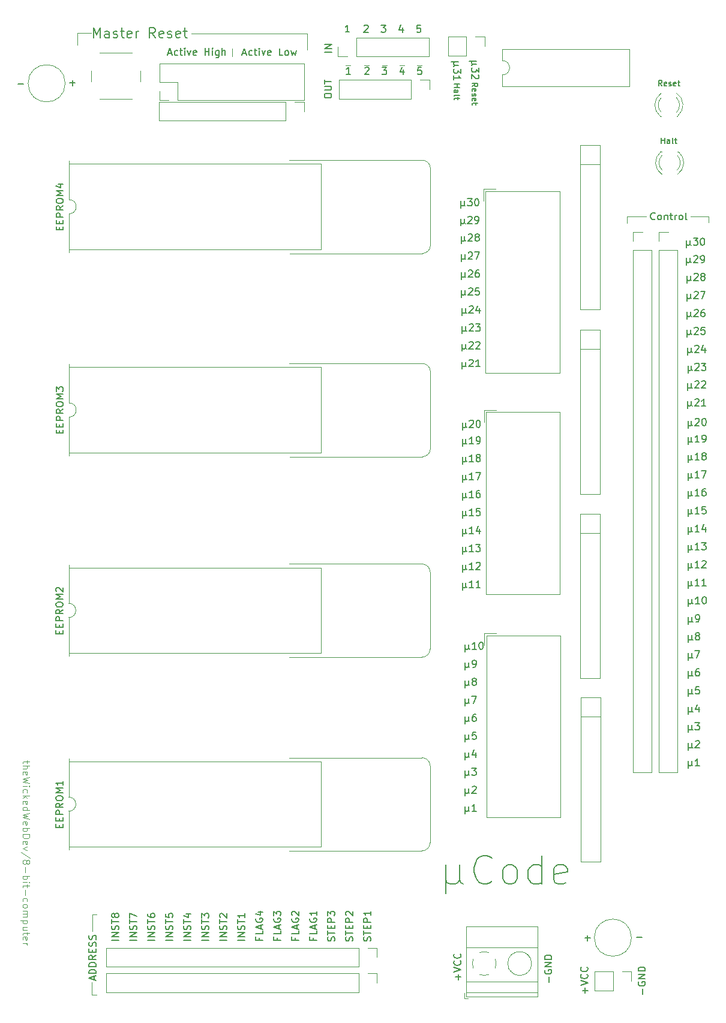
<source format=gbr>
%TF.GenerationSoftware,KiCad,Pcbnew,(5.1.9-0-10_14)*%
%TF.CreationDate,2021-06-04T12:06:49-04:00*%
%TF.ProjectId,CONTROL_LOGIC,434f4e54-524f-44c5-9f4c-4f4749432e6b,rev?*%
%TF.SameCoordinates,Original*%
%TF.FileFunction,Legend,Top*%
%TF.FilePolarity,Positive*%
%FSLAX46Y46*%
G04 Gerber Fmt 4.6, Leading zero omitted, Abs format (unit mm)*
G04 Created by KiCad (PCBNEW (5.1.9-0-10_14)) date 2021-06-04 12:06:49*
%MOMM*%
%LPD*%
G01*
G04 APERTURE LIST*
%ADD10C,0.150000*%
%ADD11C,0.120000*%
%ADD12C,0.100000*%
%ADD13C,0.200000*%
G04 APERTURE END LIST*
D10*
X220022614Y-53110314D02*
X220022614Y-54110314D01*
X220498804Y-53634123D02*
X220546423Y-53729361D01*
X220641661Y-53776980D01*
X220022614Y-53634123D02*
X220070233Y-53729361D01*
X220165471Y-53776980D01*
X220355947Y-53776980D01*
X220451185Y-53729361D01*
X220498804Y-53634123D01*
X220498804Y-53110314D01*
X221022614Y-52872219D02*
X221070233Y-52824600D01*
X221165471Y-52776980D01*
X221403566Y-52776980D01*
X221498804Y-52824600D01*
X221546423Y-52872219D01*
X221594042Y-52967457D01*
X221594042Y-53062695D01*
X221546423Y-53205552D01*
X220974995Y-53776980D01*
X221594042Y-53776980D01*
X221927376Y-52776980D02*
X222594042Y-52776980D01*
X222165471Y-53776980D01*
X219962614Y-48050314D02*
X219962614Y-49050314D01*
X220438804Y-48574123D02*
X220486423Y-48669361D01*
X220581661Y-48716980D01*
X219962614Y-48574123D02*
X220010233Y-48669361D01*
X220105471Y-48716980D01*
X220295947Y-48716980D01*
X220391185Y-48669361D01*
X220438804Y-48574123D01*
X220438804Y-48050314D01*
X220962614Y-47812219D02*
X221010233Y-47764600D01*
X221105471Y-47716980D01*
X221343566Y-47716980D01*
X221438804Y-47764600D01*
X221486423Y-47812219D01*
X221534042Y-47907457D01*
X221534042Y-48002695D01*
X221486423Y-48145552D01*
X220914995Y-48716980D01*
X221534042Y-48716980D01*
X222010233Y-48716980D02*
X222200709Y-48716980D01*
X222295947Y-48669361D01*
X222343566Y-48621742D01*
X222438804Y-48478885D01*
X222486423Y-48288409D01*
X222486423Y-47907457D01*
X222438804Y-47812219D01*
X222391185Y-47764600D01*
X222295947Y-47716980D01*
X222105471Y-47716980D01*
X222010233Y-47764600D01*
X221962614Y-47812219D01*
X221914995Y-47907457D01*
X221914995Y-48145552D01*
X221962614Y-48240790D01*
X222010233Y-48288409D01*
X222105471Y-48336028D01*
X222295947Y-48336028D01*
X222391185Y-48288409D01*
X222438804Y-48240790D01*
X222486423Y-48145552D01*
X220012614Y-50550314D02*
X220012614Y-51550314D01*
X220488804Y-51074123D02*
X220536423Y-51169361D01*
X220631661Y-51216980D01*
X220012614Y-51074123D02*
X220060233Y-51169361D01*
X220155471Y-51216980D01*
X220345947Y-51216980D01*
X220441185Y-51169361D01*
X220488804Y-51074123D01*
X220488804Y-50550314D01*
X221012614Y-50312219D02*
X221060233Y-50264600D01*
X221155471Y-50216980D01*
X221393566Y-50216980D01*
X221488804Y-50264600D01*
X221536423Y-50312219D01*
X221584042Y-50407457D01*
X221584042Y-50502695D01*
X221536423Y-50645552D01*
X220964995Y-51216980D01*
X221584042Y-51216980D01*
X222155471Y-50645552D02*
X222060233Y-50597933D01*
X222012614Y-50550314D01*
X221964995Y-50455076D01*
X221964995Y-50407457D01*
X222012614Y-50312219D01*
X222060233Y-50264600D01*
X222155471Y-50216980D01*
X222345947Y-50216980D01*
X222441185Y-50264600D01*
X222488804Y-50312219D01*
X222536423Y-50407457D01*
X222536423Y-50455076D01*
X222488804Y-50550314D01*
X222441185Y-50597933D01*
X222345947Y-50645552D01*
X222155471Y-50645552D01*
X222060233Y-50693171D01*
X222012614Y-50740790D01*
X221964995Y-50836028D01*
X221964995Y-51026504D01*
X222012614Y-51121742D01*
X222060233Y-51169361D01*
X222155471Y-51216980D01*
X222345947Y-51216980D01*
X222441185Y-51169361D01*
X222488804Y-51121742D01*
X222536423Y-51026504D01*
X222536423Y-50836028D01*
X222488804Y-50740790D01*
X222441185Y-50693171D01*
X222345947Y-50645552D01*
X219952614Y-45570314D02*
X219952614Y-46570314D01*
X220428804Y-46094123D02*
X220476423Y-46189361D01*
X220571661Y-46236980D01*
X219952614Y-46094123D02*
X220000233Y-46189361D01*
X220095471Y-46236980D01*
X220285947Y-46236980D01*
X220381185Y-46189361D01*
X220428804Y-46094123D01*
X220428804Y-45570314D01*
X220904995Y-45236980D02*
X221524042Y-45236980D01*
X221190709Y-45617933D01*
X221333566Y-45617933D01*
X221428804Y-45665552D01*
X221476423Y-45713171D01*
X221524042Y-45808409D01*
X221524042Y-46046504D01*
X221476423Y-46141742D01*
X221428804Y-46189361D01*
X221333566Y-46236980D01*
X221047852Y-46236980D01*
X220952614Y-46189361D01*
X220904995Y-46141742D01*
X222143090Y-45236980D02*
X222238328Y-45236980D01*
X222333566Y-45284600D01*
X222381185Y-45332219D01*
X222428804Y-45427457D01*
X222476423Y-45617933D01*
X222476423Y-45856028D01*
X222428804Y-46046504D01*
X222381185Y-46141742D01*
X222333566Y-46189361D01*
X222238328Y-46236980D01*
X222143090Y-46236980D01*
X222047852Y-46189361D01*
X222000233Y-46141742D01*
X221952614Y-46046504D01*
X221904995Y-45856028D01*
X221904995Y-45617933D01*
X221952614Y-45427457D01*
X222000233Y-45332219D01*
X222047852Y-45284600D01*
X222143090Y-45236980D01*
X220122614Y-68280314D02*
X220122614Y-69280314D01*
X220598804Y-68804123D02*
X220646423Y-68899361D01*
X220741661Y-68946980D01*
X220122614Y-68804123D02*
X220170233Y-68899361D01*
X220265471Y-68946980D01*
X220455947Y-68946980D01*
X220551185Y-68899361D01*
X220598804Y-68804123D01*
X220598804Y-68280314D01*
X221122614Y-68042219D02*
X221170233Y-67994600D01*
X221265471Y-67946980D01*
X221503566Y-67946980D01*
X221598804Y-67994600D01*
X221646423Y-68042219D01*
X221694042Y-68137457D01*
X221694042Y-68232695D01*
X221646423Y-68375552D01*
X221074995Y-68946980D01*
X221694042Y-68946980D01*
X222646423Y-68946980D02*
X222074995Y-68946980D01*
X222360709Y-68946980D02*
X222360709Y-67946980D01*
X222265471Y-68089838D01*
X222170233Y-68185076D01*
X222074995Y-68232695D01*
X220132614Y-65750314D02*
X220132614Y-66750314D01*
X220608804Y-66274123D02*
X220656423Y-66369361D01*
X220751661Y-66416980D01*
X220132614Y-66274123D02*
X220180233Y-66369361D01*
X220275471Y-66416980D01*
X220465947Y-66416980D01*
X220561185Y-66369361D01*
X220608804Y-66274123D01*
X220608804Y-65750314D01*
X221132614Y-65512219D02*
X221180233Y-65464600D01*
X221275471Y-65416980D01*
X221513566Y-65416980D01*
X221608804Y-65464600D01*
X221656423Y-65512219D01*
X221704042Y-65607457D01*
X221704042Y-65702695D01*
X221656423Y-65845552D01*
X221084995Y-66416980D01*
X221704042Y-66416980D01*
X222084995Y-65512219D02*
X222132614Y-65464600D01*
X222227852Y-65416980D01*
X222465947Y-65416980D01*
X222561185Y-65464600D01*
X222608804Y-65512219D01*
X222656423Y-65607457D01*
X222656423Y-65702695D01*
X222608804Y-65845552D01*
X222037376Y-66416980D01*
X222656423Y-66416980D01*
X220142614Y-63260314D02*
X220142614Y-64260314D01*
X220618804Y-63784123D02*
X220666423Y-63879361D01*
X220761661Y-63926980D01*
X220142614Y-63784123D02*
X220190233Y-63879361D01*
X220285471Y-63926980D01*
X220475947Y-63926980D01*
X220571185Y-63879361D01*
X220618804Y-63784123D01*
X220618804Y-63260314D01*
X221142614Y-63022219D02*
X221190233Y-62974600D01*
X221285471Y-62926980D01*
X221523566Y-62926980D01*
X221618804Y-62974600D01*
X221666423Y-63022219D01*
X221714042Y-63117457D01*
X221714042Y-63212695D01*
X221666423Y-63355552D01*
X221094995Y-63926980D01*
X221714042Y-63926980D01*
X222047376Y-62926980D02*
X222666423Y-62926980D01*
X222333090Y-63307933D01*
X222475947Y-63307933D01*
X222571185Y-63355552D01*
X222618804Y-63403171D01*
X222666423Y-63498409D01*
X222666423Y-63736504D01*
X222618804Y-63831742D01*
X222571185Y-63879361D01*
X222475947Y-63926980D01*
X222190233Y-63926980D01*
X222094995Y-63879361D01*
X222047376Y-63831742D01*
X220132614Y-60720314D02*
X220132614Y-61720314D01*
X220608804Y-61244123D02*
X220656423Y-61339361D01*
X220751661Y-61386980D01*
X220132614Y-61244123D02*
X220180233Y-61339361D01*
X220275471Y-61386980D01*
X220465947Y-61386980D01*
X220561185Y-61339361D01*
X220608804Y-61244123D01*
X220608804Y-60720314D01*
X221132614Y-60482219D02*
X221180233Y-60434600D01*
X221275471Y-60386980D01*
X221513566Y-60386980D01*
X221608804Y-60434600D01*
X221656423Y-60482219D01*
X221704042Y-60577457D01*
X221704042Y-60672695D01*
X221656423Y-60815552D01*
X221084995Y-61386980D01*
X221704042Y-61386980D01*
X222561185Y-60720314D02*
X222561185Y-61386980D01*
X222323090Y-60339361D02*
X222084995Y-61053647D01*
X222704042Y-61053647D01*
X220042614Y-58170314D02*
X220042614Y-59170314D01*
X220518804Y-58694123D02*
X220566423Y-58789361D01*
X220661661Y-58836980D01*
X220042614Y-58694123D02*
X220090233Y-58789361D01*
X220185471Y-58836980D01*
X220375947Y-58836980D01*
X220471185Y-58789361D01*
X220518804Y-58694123D01*
X220518804Y-58170314D01*
X221042614Y-57932219D02*
X221090233Y-57884600D01*
X221185471Y-57836980D01*
X221423566Y-57836980D01*
X221518804Y-57884600D01*
X221566423Y-57932219D01*
X221614042Y-58027457D01*
X221614042Y-58122695D01*
X221566423Y-58265552D01*
X220994995Y-58836980D01*
X221614042Y-58836980D01*
X222518804Y-57836980D02*
X222042614Y-57836980D01*
X221994995Y-58313171D01*
X222042614Y-58265552D01*
X222137852Y-58217933D01*
X222375947Y-58217933D01*
X222471185Y-58265552D01*
X222518804Y-58313171D01*
X222566423Y-58408409D01*
X222566423Y-58646504D01*
X222518804Y-58741742D01*
X222471185Y-58789361D01*
X222375947Y-58836980D01*
X222137852Y-58836980D01*
X222042614Y-58789361D01*
X221994995Y-58741742D01*
X220032614Y-55650314D02*
X220032614Y-56650314D01*
X220508804Y-56174123D02*
X220556423Y-56269361D01*
X220651661Y-56316980D01*
X220032614Y-56174123D02*
X220080233Y-56269361D01*
X220175471Y-56316980D01*
X220365947Y-56316980D01*
X220461185Y-56269361D01*
X220508804Y-56174123D01*
X220508804Y-55650314D01*
X221032614Y-55412219D02*
X221080233Y-55364600D01*
X221175471Y-55316980D01*
X221413566Y-55316980D01*
X221508804Y-55364600D01*
X221556423Y-55412219D01*
X221604042Y-55507457D01*
X221604042Y-55602695D01*
X221556423Y-55745552D01*
X220984995Y-56316980D01*
X221604042Y-56316980D01*
X222461185Y-55316980D02*
X222270709Y-55316980D01*
X222175471Y-55364600D01*
X222127852Y-55412219D01*
X222032614Y-55555076D01*
X221984995Y-55745552D01*
X221984995Y-56126504D01*
X222032614Y-56221742D01*
X222080233Y-56269361D01*
X222175471Y-56316980D01*
X222365947Y-56316980D01*
X222461185Y-56269361D01*
X222508804Y-56221742D01*
X222556423Y-56126504D01*
X222556423Y-55888409D01*
X222508804Y-55793171D01*
X222461185Y-55745552D01*
X222365947Y-55697933D01*
X222175471Y-55697933D01*
X222080233Y-55745552D01*
X222032614Y-55793171D01*
X221984995Y-55888409D01*
X220170304Y-99460314D02*
X220170304Y-100460314D01*
X220646495Y-99984123D02*
X220694114Y-100079361D01*
X220789352Y-100126980D01*
X220170304Y-99984123D02*
X220217923Y-100079361D01*
X220313161Y-100126980D01*
X220503638Y-100126980D01*
X220598876Y-100079361D01*
X220646495Y-99984123D01*
X220646495Y-99460314D01*
X221741733Y-100126980D02*
X221170304Y-100126980D01*
X221456019Y-100126980D02*
X221456019Y-99126980D01*
X221360780Y-99269838D01*
X221265542Y-99365076D01*
X221170304Y-99412695D01*
X222694114Y-100126980D02*
X222122685Y-100126980D01*
X222408400Y-100126980D02*
X222408400Y-99126980D01*
X222313161Y-99269838D01*
X222217923Y-99365076D01*
X222122685Y-99412695D01*
X220170304Y-81680314D02*
X220170304Y-82680314D01*
X220646495Y-82204123D02*
X220694114Y-82299361D01*
X220789352Y-82346980D01*
X220170304Y-82204123D02*
X220217923Y-82299361D01*
X220313161Y-82346980D01*
X220503638Y-82346980D01*
X220598876Y-82299361D01*
X220646495Y-82204123D01*
X220646495Y-81680314D01*
X221741733Y-82346980D02*
X221170304Y-82346980D01*
X221456019Y-82346980D02*
X221456019Y-81346980D01*
X221360780Y-81489838D01*
X221265542Y-81585076D01*
X221170304Y-81632695D01*
X222313161Y-81775552D02*
X222217923Y-81727933D01*
X222170304Y-81680314D01*
X222122685Y-81585076D01*
X222122685Y-81537457D01*
X222170304Y-81442219D01*
X222217923Y-81394600D01*
X222313161Y-81346980D01*
X222503638Y-81346980D01*
X222598876Y-81394600D01*
X222646495Y-81442219D01*
X222694114Y-81537457D01*
X222694114Y-81585076D01*
X222646495Y-81680314D01*
X222598876Y-81727933D01*
X222503638Y-81775552D01*
X222313161Y-81775552D01*
X222217923Y-81823171D01*
X222170304Y-81870790D01*
X222122685Y-81966028D01*
X222122685Y-82156504D01*
X222170304Y-82251742D01*
X222217923Y-82299361D01*
X222313161Y-82346980D01*
X222503638Y-82346980D01*
X222598876Y-82299361D01*
X222646495Y-82251742D01*
X222694114Y-82156504D01*
X222694114Y-81966028D01*
X222646495Y-81870790D01*
X222598876Y-81823171D01*
X222503638Y-81775552D01*
X220170304Y-84220314D02*
X220170304Y-85220314D01*
X220646495Y-84744123D02*
X220694114Y-84839361D01*
X220789352Y-84886980D01*
X220170304Y-84744123D02*
X220217923Y-84839361D01*
X220313161Y-84886980D01*
X220503638Y-84886980D01*
X220598876Y-84839361D01*
X220646495Y-84744123D01*
X220646495Y-84220314D01*
X221741733Y-84886980D02*
X221170304Y-84886980D01*
X221456019Y-84886980D02*
X221456019Y-83886980D01*
X221360780Y-84029838D01*
X221265542Y-84125076D01*
X221170304Y-84172695D01*
X222075066Y-83886980D02*
X222741733Y-83886980D01*
X222313161Y-84886980D01*
X220170304Y-76850314D02*
X220170304Y-77850314D01*
X220646495Y-77374123D02*
X220694114Y-77469361D01*
X220789352Y-77516980D01*
X220170304Y-77374123D02*
X220217923Y-77469361D01*
X220313161Y-77516980D01*
X220503638Y-77516980D01*
X220598876Y-77469361D01*
X220646495Y-77374123D01*
X220646495Y-76850314D01*
X221170304Y-76612219D02*
X221217923Y-76564600D01*
X221313161Y-76516980D01*
X221551257Y-76516980D01*
X221646495Y-76564600D01*
X221694114Y-76612219D01*
X221741733Y-76707457D01*
X221741733Y-76802695D01*
X221694114Y-76945552D01*
X221122685Y-77516980D01*
X221741733Y-77516980D01*
X222360780Y-76516980D02*
X222456019Y-76516980D01*
X222551257Y-76564600D01*
X222598876Y-76612219D01*
X222646495Y-76707457D01*
X222694114Y-76897933D01*
X222694114Y-77136028D01*
X222646495Y-77326504D01*
X222598876Y-77421742D01*
X222551257Y-77469361D01*
X222456019Y-77516980D01*
X222360780Y-77516980D01*
X222265542Y-77469361D01*
X222217923Y-77421742D01*
X222170304Y-77326504D01*
X222122685Y-77136028D01*
X222122685Y-76897933D01*
X222170304Y-76707457D01*
X222217923Y-76612219D01*
X222265542Y-76564600D01*
X222360780Y-76516980D01*
X220170304Y-86760314D02*
X220170304Y-87760314D01*
X220646495Y-87284123D02*
X220694114Y-87379361D01*
X220789352Y-87426980D01*
X220170304Y-87284123D02*
X220217923Y-87379361D01*
X220313161Y-87426980D01*
X220503638Y-87426980D01*
X220598876Y-87379361D01*
X220646495Y-87284123D01*
X220646495Y-86760314D01*
X221741733Y-87426980D02*
X221170304Y-87426980D01*
X221456019Y-87426980D02*
X221456019Y-86426980D01*
X221360780Y-86569838D01*
X221265542Y-86665076D01*
X221170304Y-86712695D01*
X222598876Y-86426980D02*
X222408400Y-86426980D01*
X222313161Y-86474600D01*
X222265542Y-86522219D01*
X222170304Y-86665076D01*
X222122685Y-86855552D01*
X222122685Y-87236504D01*
X222170304Y-87331742D01*
X222217923Y-87379361D01*
X222313161Y-87426980D01*
X222503638Y-87426980D01*
X222598876Y-87379361D01*
X222646495Y-87331742D01*
X222694114Y-87236504D01*
X222694114Y-86998409D01*
X222646495Y-86903171D01*
X222598876Y-86855552D01*
X222503638Y-86807933D01*
X222313161Y-86807933D01*
X222217923Y-86855552D01*
X222170304Y-86903171D01*
X222122685Y-86998409D01*
X220170304Y-94380314D02*
X220170304Y-95380314D01*
X220646495Y-94904123D02*
X220694114Y-94999361D01*
X220789352Y-95046980D01*
X220170304Y-94904123D02*
X220217923Y-94999361D01*
X220313161Y-95046980D01*
X220503638Y-95046980D01*
X220598876Y-94999361D01*
X220646495Y-94904123D01*
X220646495Y-94380314D01*
X221741733Y-95046980D02*
X221170304Y-95046980D01*
X221456019Y-95046980D02*
X221456019Y-94046980D01*
X221360780Y-94189838D01*
X221265542Y-94285076D01*
X221170304Y-94332695D01*
X222075066Y-94046980D02*
X222694114Y-94046980D01*
X222360780Y-94427933D01*
X222503638Y-94427933D01*
X222598876Y-94475552D01*
X222646495Y-94523171D01*
X222694114Y-94618409D01*
X222694114Y-94856504D01*
X222646495Y-94951742D01*
X222598876Y-94999361D01*
X222503638Y-95046980D01*
X222217923Y-95046980D01*
X222122685Y-94999361D01*
X222075066Y-94951742D01*
X220168304Y-79190314D02*
X220168304Y-80190314D01*
X220644495Y-79714123D02*
X220692114Y-79809361D01*
X220787352Y-79856980D01*
X220168304Y-79714123D02*
X220215923Y-79809361D01*
X220311161Y-79856980D01*
X220501638Y-79856980D01*
X220596876Y-79809361D01*
X220644495Y-79714123D01*
X220644495Y-79190314D01*
X221739733Y-79856980D02*
X221168304Y-79856980D01*
X221454019Y-79856980D02*
X221454019Y-78856980D01*
X221358780Y-78999838D01*
X221263542Y-79095076D01*
X221168304Y-79142695D01*
X222215923Y-79856980D02*
X222406400Y-79856980D01*
X222501638Y-79809361D01*
X222549257Y-79761742D01*
X222644495Y-79618885D01*
X222692114Y-79428409D01*
X222692114Y-79047457D01*
X222644495Y-78952219D01*
X222596876Y-78904600D01*
X222501638Y-78856980D01*
X222311161Y-78856980D01*
X222215923Y-78904600D01*
X222168304Y-78952219D01*
X222120685Y-79047457D01*
X222120685Y-79285552D01*
X222168304Y-79380790D01*
X222215923Y-79428409D01*
X222311161Y-79476028D01*
X222501638Y-79476028D01*
X222596876Y-79428409D01*
X222644495Y-79380790D01*
X222692114Y-79285552D01*
X220170304Y-89300314D02*
X220170304Y-90300314D01*
X220646495Y-89824123D02*
X220694114Y-89919361D01*
X220789352Y-89966980D01*
X220170304Y-89824123D02*
X220217923Y-89919361D01*
X220313161Y-89966980D01*
X220503638Y-89966980D01*
X220598876Y-89919361D01*
X220646495Y-89824123D01*
X220646495Y-89300314D01*
X221741733Y-89966980D02*
X221170304Y-89966980D01*
X221456019Y-89966980D02*
X221456019Y-88966980D01*
X221360780Y-89109838D01*
X221265542Y-89205076D01*
X221170304Y-89252695D01*
X222646495Y-88966980D02*
X222170304Y-88966980D01*
X222122685Y-89443171D01*
X222170304Y-89395552D01*
X222265542Y-89347933D01*
X222503638Y-89347933D01*
X222598876Y-89395552D01*
X222646495Y-89443171D01*
X222694114Y-89538409D01*
X222694114Y-89776504D01*
X222646495Y-89871742D01*
X222598876Y-89919361D01*
X222503638Y-89966980D01*
X222265542Y-89966980D01*
X222170304Y-89919361D01*
X222122685Y-89871742D01*
X220170304Y-96920314D02*
X220170304Y-97920314D01*
X220646495Y-97444123D02*
X220694114Y-97539361D01*
X220789352Y-97586980D01*
X220170304Y-97444123D02*
X220217923Y-97539361D01*
X220313161Y-97586980D01*
X220503638Y-97586980D01*
X220598876Y-97539361D01*
X220646495Y-97444123D01*
X220646495Y-96920314D01*
X221741733Y-97586980D02*
X221170304Y-97586980D01*
X221456019Y-97586980D02*
X221456019Y-96586980D01*
X221360780Y-96729838D01*
X221265542Y-96825076D01*
X221170304Y-96872695D01*
X222122685Y-96682219D02*
X222170304Y-96634600D01*
X222265542Y-96586980D01*
X222503638Y-96586980D01*
X222598876Y-96634600D01*
X222646495Y-96682219D01*
X222694114Y-96777457D01*
X222694114Y-96872695D01*
X222646495Y-97015552D01*
X222075066Y-97586980D01*
X222694114Y-97586980D01*
X220170304Y-91840314D02*
X220170304Y-92840314D01*
X220646495Y-92364123D02*
X220694114Y-92459361D01*
X220789352Y-92506980D01*
X220170304Y-92364123D02*
X220217923Y-92459361D01*
X220313161Y-92506980D01*
X220503638Y-92506980D01*
X220598876Y-92459361D01*
X220646495Y-92364123D01*
X220646495Y-91840314D01*
X221741733Y-92506980D02*
X221170304Y-92506980D01*
X221456019Y-92506980D02*
X221456019Y-91506980D01*
X221360780Y-91649838D01*
X221265542Y-91745076D01*
X221170304Y-91792695D01*
X222598876Y-91840314D02*
X222598876Y-92506980D01*
X222360780Y-91459361D02*
X222122685Y-92173647D01*
X222741733Y-92173647D01*
X220540495Y-131034314D02*
X220540495Y-132034314D01*
X221016685Y-131558123D02*
X221064304Y-131653361D01*
X221159542Y-131700980D01*
X220540495Y-131558123D02*
X220588114Y-131653361D01*
X220683352Y-131700980D01*
X220873828Y-131700980D01*
X220969066Y-131653361D01*
X221016685Y-131558123D01*
X221016685Y-131034314D01*
X222111923Y-131700980D02*
X221540495Y-131700980D01*
X221826209Y-131700980D02*
X221826209Y-130700980D01*
X221730971Y-130843838D01*
X221635733Y-130939076D01*
X221540495Y-130986695D01*
X220550495Y-128504314D02*
X220550495Y-129504314D01*
X221026685Y-129028123D02*
X221074304Y-129123361D01*
X221169542Y-129170980D01*
X220550495Y-129028123D02*
X220598114Y-129123361D01*
X220693352Y-129170980D01*
X220883828Y-129170980D01*
X220979066Y-129123361D01*
X221026685Y-129028123D01*
X221026685Y-128504314D01*
X221550495Y-128266219D02*
X221598114Y-128218600D01*
X221693352Y-128170980D01*
X221931447Y-128170980D01*
X222026685Y-128218600D01*
X222074304Y-128266219D01*
X222121923Y-128361457D01*
X222121923Y-128456695D01*
X222074304Y-128599552D01*
X221502876Y-129170980D01*
X222121923Y-129170980D01*
X220550495Y-125964314D02*
X220550495Y-126964314D01*
X221026685Y-126488123D02*
X221074304Y-126583361D01*
X221169542Y-126630980D01*
X220550495Y-126488123D02*
X220598114Y-126583361D01*
X220693352Y-126630980D01*
X220883828Y-126630980D01*
X220979066Y-126583361D01*
X221026685Y-126488123D01*
X221026685Y-125964314D01*
X221502876Y-125630980D02*
X222121923Y-125630980D01*
X221788590Y-126011933D01*
X221931447Y-126011933D01*
X222026685Y-126059552D01*
X222074304Y-126107171D01*
X222121923Y-126202409D01*
X222121923Y-126440504D01*
X222074304Y-126535742D01*
X222026685Y-126583361D01*
X221931447Y-126630980D01*
X221645733Y-126630980D01*
X221550495Y-126583361D01*
X221502876Y-126535742D01*
X220550495Y-123424314D02*
X220550495Y-124424314D01*
X221026685Y-123948123D02*
X221074304Y-124043361D01*
X221169542Y-124090980D01*
X220550495Y-123948123D02*
X220598114Y-124043361D01*
X220693352Y-124090980D01*
X220883828Y-124090980D01*
X220979066Y-124043361D01*
X221026685Y-123948123D01*
X221026685Y-123424314D01*
X222026685Y-123424314D02*
X222026685Y-124090980D01*
X221788590Y-123043361D02*
X221550495Y-123757647D01*
X222169542Y-123757647D01*
X220550495Y-120884314D02*
X220550495Y-121884314D01*
X221026685Y-121408123D02*
X221074304Y-121503361D01*
X221169542Y-121550980D01*
X220550495Y-121408123D02*
X220598114Y-121503361D01*
X220693352Y-121550980D01*
X220883828Y-121550980D01*
X220979066Y-121503361D01*
X221026685Y-121408123D01*
X221026685Y-120884314D01*
X222074304Y-120550980D02*
X221598114Y-120550980D01*
X221550495Y-121027171D01*
X221598114Y-120979552D01*
X221693352Y-120931933D01*
X221931447Y-120931933D01*
X222026685Y-120979552D01*
X222074304Y-121027171D01*
X222121923Y-121122409D01*
X222121923Y-121360504D01*
X222074304Y-121455742D01*
X222026685Y-121503361D01*
X221931447Y-121550980D01*
X221693352Y-121550980D01*
X221598114Y-121503361D01*
X221550495Y-121455742D01*
X220550495Y-118344314D02*
X220550495Y-119344314D01*
X221026685Y-118868123D02*
X221074304Y-118963361D01*
X221169542Y-119010980D01*
X220550495Y-118868123D02*
X220598114Y-118963361D01*
X220693352Y-119010980D01*
X220883828Y-119010980D01*
X220979066Y-118963361D01*
X221026685Y-118868123D01*
X221026685Y-118344314D01*
X222026685Y-118010980D02*
X221836209Y-118010980D01*
X221740971Y-118058600D01*
X221693352Y-118106219D01*
X221598114Y-118249076D01*
X221550495Y-118439552D01*
X221550495Y-118820504D01*
X221598114Y-118915742D01*
X221645733Y-118963361D01*
X221740971Y-119010980D01*
X221931447Y-119010980D01*
X222026685Y-118963361D01*
X222074304Y-118915742D01*
X222121923Y-118820504D01*
X222121923Y-118582409D01*
X222074304Y-118487171D01*
X222026685Y-118439552D01*
X221931447Y-118391933D01*
X221740971Y-118391933D01*
X221645733Y-118439552D01*
X221598114Y-118487171D01*
X221550495Y-118582409D01*
X220550495Y-115804314D02*
X220550495Y-116804314D01*
X221026685Y-116328123D02*
X221074304Y-116423361D01*
X221169542Y-116470980D01*
X220550495Y-116328123D02*
X220598114Y-116423361D01*
X220693352Y-116470980D01*
X220883828Y-116470980D01*
X220979066Y-116423361D01*
X221026685Y-116328123D01*
X221026685Y-115804314D01*
X221502876Y-115470980D02*
X222169542Y-115470980D01*
X221740971Y-116470980D01*
X220550495Y-113264314D02*
X220550495Y-114264314D01*
X221026685Y-113788123D02*
X221074304Y-113883361D01*
X221169542Y-113930980D01*
X220550495Y-113788123D02*
X220598114Y-113883361D01*
X220693352Y-113930980D01*
X220883828Y-113930980D01*
X220979066Y-113883361D01*
X221026685Y-113788123D01*
X221026685Y-113264314D01*
X221740971Y-113359552D02*
X221645733Y-113311933D01*
X221598114Y-113264314D01*
X221550495Y-113169076D01*
X221550495Y-113121457D01*
X221598114Y-113026219D01*
X221645733Y-112978600D01*
X221740971Y-112930980D01*
X221931447Y-112930980D01*
X222026685Y-112978600D01*
X222074304Y-113026219D01*
X222121923Y-113121457D01*
X222121923Y-113169076D01*
X222074304Y-113264314D01*
X222026685Y-113311933D01*
X221931447Y-113359552D01*
X221740971Y-113359552D01*
X221645733Y-113407171D01*
X221598114Y-113454790D01*
X221550495Y-113550028D01*
X221550495Y-113740504D01*
X221598114Y-113835742D01*
X221645733Y-113883361D01*
X221740971Y-113930980D01*
X221931447Y-113930980D01*
X222026685Y-113883361D01*
X222074304Y-113835742D01*
X222121923Y-113740504D01*
X222121923Y-113550028D01*
X222074304Y-113454790D01*
X222026685Y-113407171D01*
X221931447Y-113359552D01*
X220550495Y-110724314D02*
X220550495Y-111724314D01*
X221026685Y-111248123D02*
X221074304Y-111343361D01*
X221169542Y-111390980D01*
X220550495Y-111248123D02*
X220598114Y-111343361D01*
X220693352Y-111390980D01*
X220883828Y-111390980D01*
X220979066Y-111343361D01*
X221026685Y-111248123D01*
X221026685Y-110724314D01*
X221645733Y-111390980D02*
X221836209Y-111390980D01*
X221931447Y-111343361D01*
X221979066Y-111295742D01*
X222074304Y-111152885D01*
X222121923Y-110962409D01*
X222121923Y-110581457D01*
X222074304Y-110486219D01*
X222026685Y-110438600D01*
X221931447Y-110390980D01*
X221740971Y-110390980D01*
X221645733Y-110438600D01*
X221598114Y-110486219D01*
X221550495Y-110581457D01*
X221550495Y-110819552D01*
X221598114Y-110914790D01*
X221645733Y-110962409D01*
X221740971Y-111010028D01*
X221931447Y-111010028D01*
X222026685Y-110962409D01*
X222074304Y-110914790D01*
X222121923Y-110819552D01*
X220564304Y-108174314D02*
X220564304Y-109174314D01*
X221040495Y-108698123D02*
X221088114Y-108793361D01*
X221183352Y-108840980D01*
X220564304Y-108698123D02*
X220611923Y-108793361D01*
X220707161Y-108840980D01*
X220897638Y-108840980D01*
X220992876Y-108793361D01*
X221040495Y-108698123D01*
X221040495Y-108174314D01*
X222135733Y-108840980D02*
X221564304Y-108840980D01*
X221850019Y-108840980D02*
X221850019Y-107840980D01*
X221754780Y-107983838D01*
X221659542Y-108079076D01*
X221564304Y-108126695D01*
X222754780Y-107840980D02*
X222850019Y-107840980D01*
X222945257Y-107888600D01*
X222992876Y-107936219D01*
X223040495Y-108031457D01*
X223088114Y-108221933D01*
X223088114Y-108460028D01*
X223040495Y-108650504D01*
X222992876Y-108745742D01*
X222945257Y-108793361D01*
X222850019Y-108840980D01*
X222754780Y-108840980D01*
X222659542Y-108793361D01*
X222611923Y-108745742D01*
X222564304Y-108650504D01*
X222516685Y-108460028D01*
X222516685Y-108221933D01*
X222564304Y-108031457D01*
X222611923Y-107936219D01*
X222659542Y-107888600D01*
X222754780Y-107840980D01*
D11*
X243356400Y-47704600D02*
X243356400Y-48654600D01*
X246106400Y-47704600D02*
X243356400Y-47704600D01*
X254906400Y-47704600D02*
X254906400Y-48604600D01*
X252406400Y-47704600D02*
X254906400Y-47704600D01*
D10*
X245529900Y-149521171D02*
X244767995Y-149521171D01*
X238199900Y-149611171D02*
X237437995Y-149611171D01*
X237818947Y-149230219D02*
X237818947Y-149992123D01*
D11*
X213788400Y-26442600D02*
X214468400Y-26442600D01*
X211328400Y-26442600D02*
X212008400Y-26442600D01*
X208818400Y-26442600D02*
X209498400Y-26442600D01*
X206348400Y-26442600D02*
X207028400Y-26442600D01*
X203698400Y-26432600D02*
X204378400Y-26432600D01*
D10*
X206422685Y-26770219D02*
X206470304Y-26722600D01*
X206565542Y-26674980D01*
X206803638Y-26674980D01*
X206898876Y-26722600D01*
X206946495Y-26770219D01*
X206994114Y-26865457D01*
X206994114Y-26960695D01*
X206946495Y-27103552D01*
X206375066Y-27674980D01*
X206994114Y-27674980D01*
X208835066Y-26684980D02*
X209454114Y-26684980D01*
X209120780Y-27065933D01*
X209263638Y-27065933D01*
X209358876Y-27113552D01*
X209406495Y-27161171D01*
X209454114Y-27256409D01*
X209454114Y-27494504D01*
X209406495Y-27589742D01*
X209358876Y-27637361D01*
X209263638Y-27684980D01*
X208977923Y-27684980D01*
X208882685Y-27637361D01*
X208835066Y-27589742D01*
X214366495Y-26694980D02*
X213890304Y-26694980D01*
X213842685Y-27171171D01*
X213890304Y-27123552D01*
X213985542Y-27075933D01*
X214223638Y-27075933D01*
X214318876Y-27123552D01*
X214366495Y-27171171D01*
X214414114Y-27266409D01*
X214414114Y-27504504D01*
X214366495Y-27599742D01*
X214318876Y-27647361D01*
X214223638Y-27694980D01*
X213985542Y-27694980D01*
X213890304Y-27647361D01*
X213842685Y-27599742D01*
X211848876Y-27028314D02*
X211848876Y-27694980D01*
X211610780Y-26647361D02*
X211372685Y-27361647D01*
X211991733Y-27361647D01*
X204354114Y-27664980D02*
X203782685Y-27664980D01*
X204068400Y-27664980D02*
X204068400Y-26664980D01*
X203973161Y-26807838D01*
X203877923Y-26903076D01*
X203782685Y-26950695D01*
X214246495Y-20734980D02*
X213770304Y-20734980D01*
X213722685Y-21211171D01*
X213770304Y-21163552D01*
X213865542Y-21115933D01*
X214103638Y-21115933D01*
X214198876Y-21163552D01*
X214246495Y-21211171D01*
X214294114Y-21306409D01*
X214294114Y-21544504D01*
X214246495Y-21639742D01*
X214198876Y-21687361D01*
X214103638Y-21734980D01*
X213865542Y-21734980D01*
X213770304Y-21687361D01*
X213722685Y-21639742D01*
X211728876Y-21068314D02*
X211728876Y-21734980D01*
X211490780Y-20687361D02*
X211252685Y-21401647D01*
X211871733Y-21401647D01*
X208715066Y-20724980D02*
X209334114Y-20724980D01*
X209000780Y-21105933D01*
X209143638Y-21105933D01*
X209238876Y-21153552D01*
X209286495Y-21201171D01*
X209334114Y-21296409D01*
X209334114Y-21534504D01*
X209286495Y-21629742D01*
X209238876Y-21677361D01*
X209143638Y-21724980D01*
X208857923Y-21724980D01*
X208762685Y-21677361D01*
X208715066Y-21629742D01*
X206302685Y-20810219D02*
X206350304Y-20762600D01*
X206445542Y-20714980D01*
X206683638Y-20714980D01*
X206778876Y-20762600D01*
X206826495Y-20810219D01*
X206874114Y-20905457D01*
X206874114Y-21000695D01*
X206826495Y-21143552D01*
X206255066Y-21714980D01*
X206874114Y-21714980D01*
X204234114Y-21704980D02*
X203662685Y-21704980D01*
X203948400Y-21704980D02*
X203948400Y-20704980D01*
X203853161Y-20847838D01*
X203757923Y-20943076D01*
X203662685Y-20990695D01*
X200690780Y-30772600D02*
X200690780Y-30582123D01*
X200738400Y-30486885D01*
X200833638Y-30391647D01*
X201024114Y-30344028D01*
X201357447Y-30344028D01*
X201547923Y-30391647D01*
X201643161Y-30486885D01*
X201690780Y-30582123D01*
X201690780Y-30772600D01*
X201643161Y-30867838D01*
X201547923Y-30963076D01*
X201357447Y-31010695D01*
X201024114Y-31010695D01*
X200833638Y-30963076D01*
X200738400Y-30867838D01*
X200690780Y-30772600D01*
X200690780Y-29915457D02*
X201500304Y-29915457D01*
X201595542Y-29867838D01*
X201643161Y-29820219D01*
X201690780Y-29724980D01*
X201690780Y-29534504D01*
X201643161Y-29439266D01*
X201595542Y-29391647D01*
X201500304Y-29344028D01*
X200690780Y-29344028D01*
X200690780Y-29010695D02*
X200690780Y-28439266D01*
X201690780Y-28724980D02*
X200690780Y-28724980D01*
X201700780Y-24505814D02*
X200700780Y-24505814D01*
X201700780Y-24029623D02*
X200700780Y-24029623D01*
X201700780Y-23458195D01*
X200700780Y-23458195D01*
D11*
X187726400Y-25124600D02*
X187726400Y-23994600D01*
D10*
X247351638Y-48111742D02*
X247304019Y-48159361D01*
X247161161Y-48206980D01*
X247065923Y-48206980D01*
X246923066Y-48159361D01*
X246827828Y-48064123D01*
X246780209Y-47968885D01*
X246732590Y-47778409D01*
X246732590Y-47635552D01*
X246780209Y-47445076D01*
X246827828Y-47349838D01*
X246923066Y-47254600D01*
X247065923Y-47206980D01*
X247161161Y-47206980D01*
X247304019Y-47254600D01*
X247351638Y-47302219D01*
X247923066Y-48206980D02*
X247827828Y-48159361D01*
X247780209Y-48111742D01*
X247732590Y-48016504D01*
X247732590Y-47730790D01*
X247780209Y-47635552D01*
X247827828Y-47587933D01*
X247923066Y-47540314D01*
X248065923Y-47540314D01*
X248161161Y-47587933D01*
X248208780Y-47635552D01*
X248256400Y-47730790D01*
X248256400Y-48016504D01*
X248208780Y-48111742D01*
X248161161Y-48159361D01*
X248065923Y-48206980D01*
X247923066Y-48206980D01*
X248684971Y-47540314D02*
X248684971Y-48206980D01*
X248684971Y-47635552D02*
X248732590Y-47587933D01*
X248827828Y-47540314D01*
X248970685Y-47540314D01*
X249065923Y-47587933D01*
X249113542Y-47683171D01*
X249113542Y-48206980D01*
X249446876Y-47540314D02*
X249827828Y-47540314D01*
X249589733Y-47206980D02*
X249589733Y-48064123D01*
X249637352Y-48159361D01*
X249732590Y-48206980D01*
X249827828Y-48206980D01*
X250161161Y-48206980D02*
X250161161Y-47540314D01*
X250161161Y-47730790D02*
X250208780Y-47635552D01*
X250256400Y-47587933D01*
X250351638Y-47540314D01*
X250446876Y-47540314D01*
X250923066Y-48206980D02*
X250827828Y-48159361D01*
X250780209Y-48111742D01*
X250732590Y-48016504D01*
X250732590Y-47730790D01*
X250780209Y-47635552D01*
X250827828Y-47587933D01*
X250923066Y-47540314D01*
X251065923Y-47540314D01*
X251161161Y-47587933D01*
X251208780Y-47635552D01*
X251256400Y-47730790D01*
X251256400Y-48016504D01*
X251208780Y-48111742D01*
X251161161Y-48159361D01*
X251065923Y-48206980D01*
X250923066Y-48206980D01*
X251827828Y-48206980D02*
X251732590Y-48159361D01*
X251684971Y-48064123D01*
X251684971Y-47206980D01*
D11*
X167912400Y-157660600D02*
X168582400Y-157660600D01*
X167912400Y-155870600D02*
X167912400Y-157660600D01*
X167932400Y-146330600D02*
X168562400Y-146330600D01*
X167932400Y-148700600D02*
X167932400Y-146330600D01*
D10*
X168189066Y-155524290D02*
X168189066Y-155048100D01*
X168474780Y-155619528D02*
X167474780Y-155286195D01*
X168474780Y-154952861D01*
X168474780Y-154619528D02*
X167474780Y-154619528D01*
X167474780Y-154381433D01*
X167522400Y-154238576D01*
X167617638Y-154143338D01*
X167712876Y-154095719D01*
X167903352Y-154048100D01*
X168046209Y-154048100D01*
X168236685Y-154095719D01*
X168331923Y-154143338D01*
X168427161Y-154238576D01*
X168474780Y-154381433D01*
X168474780Y-154619528D01*
X168474780Y-153619528D02*
X167474780Y-153619528D01*
X167474780Y-153381433D01*
X167522400Y-153238576D01*
X167617638Y-153143338D01*
X167712876Y-153095719D01*
X167903352Y-153048100D01*
X168046209Y-153048100D01*
X168236685Y-153095719D01*
X168331923Y-153143338D01*
X168427161Y-153238576D01*
X168474780Y-153381433D01*
X168474780Y-153619528D01*
X168474780Y-152048100D02*
X167998590Y-152381433D01*
X168474780Y-152619528D02*
X167474780Y-152619528D01*
X167474780Y-152238576D01*
X167522400Y-152143338D01*
X167570019Y-152095719D01*
X167665257Y-152048100D01*
X167808114Y-152048100D01*
X167903352Y-152095719D01*
X167950971Y-152143338D01*
X167998590Y-152238576D01*
X167998590Y-152619528D01*
X167950971Y-151619528D02*
X167950971Y-151286195D01*
X168474780Y-151143338D02*
X168474780Y-151619528D01*
X167474780Y-151619528D01*
X167474780Y-151143338D01*
X168427161Y-150762385D02*
X168474780Y-150619528D01*
X168474780Y-150381433D01*
X168427161Y-150286195D01*
X168379542Y-150238576D01*
X168284304Y-150190957D01*
X168189066Y-150190957D01*
X168093828Y-150238576D01*
X168046209Y-150286195D01*
X167998590Y-150381433D01*
X167950971Y-150571909D01*
X167903352Y-150667147D01*
X167855733Y-150714766D01*
X167760495Y-150762385D01*
X167665257Y-150762385D01*
X167570019Y-150714766D01*
X167522400Y-150667147D01*
X167474780Y-150571909D01*
X167474780Y-150333814D01*
X167522400Y-150190957D01*
X168427161Y-149810004D02*
X168474780Y-149667147D01*
X168474780Y-149429052D01*
X168427161Y-149333814D01*
X168379542Y-149286195D01*
X168284304Y-149238576D01*
X168189066Y-149238576D01*
X168093828Y-149286195D01*
X168046209Y-149333814D01*
X167998590Y-149429052D01*
X167950971Y-149619528D01*
X167903352Y-149714766D01*
X167855733Y-149762385D01*
X167760495Y-149810004D01*
X167665257Y-149810004D01*
X167570019Y-149762385D01*
X167522400Y-149714766D01*
X167474780Y-149619528D01*
X167474780Y-149381433D01*
X167522400Y-149238576D01*
D12*
X158770685Y-124556980D02*
X158770685Y-124937933D01*
X159104019Y-124699838D02*
X158246876Y-124699838D01*
X158151638Y-124747457D01*
X158104019Y-124842695D01*
X158104019Y-124937933D01*
X158104019Y-125271266D02*
X159104019Y-125271266D01*
X158104019Y-125699838D02*
X158627828Y-125699838D01*
X158723066Y-125652219D01*
X158770685Y-125556980D01*
X158770685Y-125414123D01*
X158723066Y-125318885D01*
X158675447Y-125271266D01*
X158151638Y-126556980D02*
X158104019Y-126461742D01*
X158104019Y-126271266D01*
X158151638Y-126176028D01*
X158246876Y-126128409D01*
X158627828Y-126128409D01*
X158723066Y-126176028D01*
X158770685Y-126271266D01*
X158770685Y-126461742D01*
X158723066Y-126556980D01*
X158627828Y-126604600D01*
X158532590Y-126604600D01*
X158437352Y-126128409D01*
X159104019Y-126937933D02*
X158104019Y-127176028D01*
X158818304Y-127366504D01*
X158104019Y-127556980D01*
X159104019Y-127795076D01*
X158104019Y-128176028D02*
X158770685Y-128176028D01*
X159104019Y-128176028D02*
X159056400Y-128128409D01*
X159008780Y-128176028D01*
X159056400Y-128223647D01*
X159104019Y-128176028D01*
X159008780Y-128176028D01*
X158151638Y-129080790D02*
X158104019Y-128985552D01*
X158104019Y-128795076D01*
X158151638Y-128699838D01*
X158199257Y-128652219D01*
X158294495Y-128604600D01*
X158580209Y-128604600D01*
X158675447Y-128652219D01*
X158723066Y-128699838D01*
X158770685Y-128795076D01*
X158770685Y-128985552D01*
X158723066Y-129080790D01*
X158104019Y-129509361D02*
X159104019Y-129509361D01*
X158484971Y-129604600D02*
X158104019Y-129890314D01*
X158770685Y-129890314D02*
X158389733Y-129509361D01*
X158151638Y-130699838D02*
X158104019Y-130604600D01*
X158104019Y-130414123D01*
X158151638Y-130318885D01*
X158246876Y-130271266D01*
X158627828Y-130271266D01*
X158723066Y-130318885D01*
X158770685Y-130414123D01*
X158770685Y-130604600D01*
X158723066Y-130699838D01*
X158627828Y-130747457D01*
X158532590Y-130747457D01*
X158437352Y-130271266D01*
X158104019Y-131604600D02*
X159104019Y-131604600D01*
X158151638Y-131604600D02*
X158104019Y-131509361D01*
X158104019Y-131318885D01*
X158151638Y-131223647D01*
X158199257Y-131176028D01*
X158294495Y-131128409D01*
X158580209Y-131128409D01*
X158675447Y-131176028D01*
X158723066Y-131223647D01*
X158770685Y-131318885D01*
X158770685Y-131509361D01*
X158723066Y-131604600D01*
X159104019Y-131985552D02*
X158104019Y-132223647D01*
X158818304Y-132414123D01*
X158104019Y-132604600D01*
X159104019Y-132842695D01*
X158151638Y-133604600D02*
X158104019Y-133509361D01*
X158104019Y-133318885D01*
X158151638Y-133223647D01*
X158246876Y-133176028D01*
X158627828Y-133176028D01*
X158723066Y-133223647D01*
X158770685Y-133318885D01*
X158770685Y-133509361D01*
X158723066Y-133604600D01*
X158627828Y-133652219D01*
X158532590Y-133652219D01*
X158437352Y-133176028D01*
X158104019Y-134080790D02*
X159104019Y-134080790D01*
X158723066Y-134080790D02*
X158770685Y-134176028D01*
X158770685Y-134366504D01*
X158723066Y-134461742D01*
X158675447Y-134509361D01*
X158580209Y-134556980D01*
X158294495Y-134556980D01*
X158199257Y-134509361D01*
X158151638Y-134461742D01*
X158104019Y-134366504D01*
X158104019Y-134176028D01*
X158151638Y-134080790D01*
X158104019Y-134985552D02*
X159104019Y-134985552D01*
X159104019Y-135223647D01*
X159056400Y-135366504D01*
X158961161Y-135461742D01*
X158865923Y-135509361D01*
X158675447Y-135556980D01*
X158532590Y-135556980D01*
X158342114Y-135509361D01*
X158246876Y-135461742D01*
X158151638Y-135366504D01*
X158104019Y-135223647D01*
X158104019Y-134985552D01*
X158151638Y-136366504D02*
X158104019Y-136271266D01*
X158104019Y-136080790D01*
X158151638Y-135985552D01*
X158246876Y-135937933D01*
X158627828Y-135937933D01*
X158723066Y-135985552D01*
X158770685Y-136080790D01*
X158770685Y-136271266D01*
X158723066Y-136366504D01*
X158627828Y-136414123D01*
X158532590Y-136414123D01*
X158437352Y-135937933D01*
X158770685Y-136747457D02*
X158104019Y-136985552D01*
X158770685Y-137223647D01*
X159151638Y-138318885D02*
X157865923Y-137461742D01*
X158675447Y-138795076D02*
X158723066Y-138699838D01*
X158770685Y-138652219D01*
X158865923Y-138604600D01*
X158913542Y-138604600D01*
X159008780Y-138652219D01*
X159056400Y-138699838D01*
X159104019Y-138795076D01*
X159104019Y-138985552D01*
X159056400Y-139080790D01*
X159008780Y-139128409D01*
X158913542Y-139176028D01*
X158865923Y-139176028D01*
X158770685Y-139128409D01*
X158723066Y-139080790D01*
X158675447Y-138985552D01*
X158675447Y-138795076D01*
X158627828Y-138699838D01*
X158580209Y-138652219D01*
X158484971Y-138604600D01*
X158294495Y-138604600D01*
X158199257Y-138652219D01*
X158151638Y-138699838D01*
X158104019Y-138795076D01*
X158104019Y-138985552D01*
X158151638Y-139080790D01*
X158199257Y-139128409D01*
X158294495Y-139176028D01*
X158484971Y-139176028D01*
X158580209Y-139128409D01*
X158627828Y-139080790D01*
X158675447Y-138985552D01*
X158484971Y-139604600D02*
X158484971Y-140366504D01*
X158104019Y-140842695D02*
X159104019Y-140842695D01*
X158723066Y-140842695D02*
X158770685Y-140937933D01*
X158770685Y-141128409D01*
X158723066Y-141223647D01*
X158675447Y-141271266D01*
X158580209Y-141318885D01*
X158294495Y-141318885D01*
X158199257Y-141271266D01*
X158151638Y-141223647D01*
X158104019Y-141128409D01*
X158104019Y-140937933D01*
X158151638Y-140842695D01*
X158104019Y-141747457D02*
X158770685Y-141747457D01*
X159104019Y-141747457D02*
X159056400Y-141699838D01*
X159008780Y-141747457D01*
X159056400Y-141795076D01*
X159104019Y-141747457D01*
X159008780Y-141747457D01*
X158770685Y-142080790D02*
X158770685Y-142461742D01*
X159104019Y-142223647D02*
X158246876Y-142223647D01*
X158151638Y-142271266D01*
X158104019Y-142366504D01*
X158104019Y-142461742D01*
X158484971Y-142795076D02*
X158484971Y-143556980D01*
X158151638Y-144461742D02*
X158104019Y-144366504D01*
X158104019Y-144176028D01*
X158151638Y-144080790D01*
X158199257Y-144033171D01*
X158294495Y-143985552D01*
X158580209Y-143985552D01*
X158675447Y-144033171D01*
X158723066Y-144080790D01*
X158770685Y-144176028D01*
X158770685Y-144366504D01*
X158723066Y-144461742D01*
X158104019Y-145033171D02*
X158151638Y-144937933D01*
X158199257Y-144890314D01*
X158294495Y-144842695D01*
X158580209Y-144842695D01*
X158675447Y-144890314D01*
X158723066Y-144937933D01*
X158770685Y-145033171D01*
X158770685Y-145176028D01*
X158723066Y-145271266D01*
X158675447Y-145318885D01*
X158580209Y-145366504D01*
X158294495Y-145366504D01*
X158199257Y-145318885D01*
X158151638Y-145271266D01*
X158104019Y-145176028D01*
X158104019Y-145033171D01*
X158104019Y-145795076D02*
X158770685Y-145795076D01*
X158675447Y-145795076D02*
X158723066Y-145842695D01*
X158770685Y-145937933D01*
X158770685Y-146080790D01*
X158723066Y-146176028D01*
X158627828Y-146223647D01*
X158104019Y-146223647D01*
X158627828Y-146223647D02*
X158723066Y-146271266D01*
X158770685Y-146366504D01*
X158770685Y-146509361D01*
X158723066Y-146604600D01*
X158627828Y-146652219D01*
X158104019Y-146652219D01*
X158770685Y-147128409D02*
X157770685Y-147128409D01*
X158723066Y-147128409D02*
X158770685Y-147223647D01*
X158770685Y-147414123D01*
X158723066Y-147509361D01*
X158675447Y-147556980D01*
X158580209Y-147604600D01*
X158294495Y-147604600D01*
X158199257Y-147556980D01*
X158151638Y-147509361D01*
X158104019Y-147414123D01*
X158104019Y-147223647D01*
X158151638Y-147128409D01*
X158770685Y-148461742D02*
X158104019Y-148461742D01*
X158770685Y-148033171D02*
X158246876Y-148033171D01*
X158151638Y-148080790D01*
X158104019Y-148176028D01*
X158104019Y-148318885D01*
X158151638Y-148414123D01*
X158199257Y-148461742D01*
X158770685Y-148795076D02*
X158770685Y-149176028D01*
X159104019Y-148937933D02*
X158246876Y-148937933D01*
X158151638Y-148985552D01*
X158104019Y-149080790D01*
X158104019Y-149176028D01*
X158151638Y-149890314D02*
X158104019Y-149795076D01*
X158104019Y-149604600D01*
X158151638Y-149509361D01*
X158246876Y-149461742D01*
X158627828Y-149461742D01*
X158723066Y-149509361D01*
X158770685Y-149604600D01*
X158770685Y-149795076D01*
X158723066Y-149890314D01*
X158627828Y-149937933D01*
X158532590Y-149937933D01*
X158437352Y-149461742D01*
X158104019Y-150366504D02*
X158770685Y-150366504D01*
X158580209Y-150366504D02*
X158675447Y-150414123D01*
X158723066Y-150461742D01*
X158770685Y-150556980D01*
X158770685Y-150652219D01*
D13*
X217830209Y-139297457D02*
X217830209Y-143297457D01*
X219734971Y-141392695D02*
X219925447Y-141773647D01*
X220306400Y-141964123D01*
X217830209Y-141392695D02*
X218020685Y-141773647D01*
X218401638Y-141964123D01*
X219163542Y-141964123D01*
X219544495Y-141773647D01*
X219734971Y-141392695D01*
X219734971Y-139297457D01*
X224306400Y-141583171D02*
X224115923Y-141773647D01*
X223544495Y-141964123D01*
X223163542Y-141964123D01*
X222592114Y-141773647D01*
X222211161Y-141392695D01*
X222020685Y-141011742D01*
X221830209Y-140249838D01*
X221830209Y-139678409D01*
X222020685Y-138916504D01*
X222211161Y-138535552D01*
X222592114Y-138154600D01*
X223163542Y-137964123D01*
X223544495Y-137964123D01*
X224115923Y-138154600D01*
X224306400Y-138345076D01*
X226592114Y-141964123D02*
X226211161Y-141773647D01*
X226020685Y-141583171D01*
X225830209Y-141202219D01*
X225830209Y-140059361D01*
X226020685Y-139678409D01*
X226211161Y-139487933D01*
X226592114Y-139297457D01*
X227163542Y-139297457D01*
X227544495Y-139487933D01*
X227734971Y-139678409D01*
X227925447Y-140059361D01*
X227925447Y-141202219D01*
X227734971Y-141583171D01*
X227544495Y-141773647D01*
X227163542Y-141964123D01*
X226592114Y-141964123D01*
X231354019Y-141964123D02*
X231354019Y-137964123D01*
X231354019Y-141773647D02*
X230973066Y-141964123D01*
X230211161Y-141964123D01*
X229830209Y-141773647D01*
X229639733Y-141583171D01*
X229449257Y-141202219D01*
X229449257Y-140059361D01*
X229639733Y-139678409D01*
X229830209Y-139487933D01*
X230211161Y-139297457D01*
X230973066Y-139297457D01*
X231354019Y-139487933D01*
X234782590Y-141773647D02*
X234401638Y-141964123D01*
X233639733Y-141964123D01*
X233258780Y-141773647D01*
X233068304Y-141392695D01*
X233068304Y-139868885D01*
X233258780Y-139487933D01*
X233639733Y-139297457D01*
X234401638Y-139297457D01*
X234782590Y-139487933D01*
X234973066Y-139868885D01*
X234973066Y-140249838D01*
X233068304Y-140630790D01*
D10*
X207187161Y-150039052D02*
X207234780Y-149896195D01*
X207234780Y-149658100D01*
X207187161Y-149562861D01*
X207139542Y-149515242D01*
X207044304Y-149467623D01*
X206949066Y-149467623D01*
X206853828Y-149515242D01*
X206806209Y-149562861D01*
X206758590Y-149658100D01*
X206710971Y-149848576D01*
X206663352Y-149943814D01*
X206615733Y-149991433D01*
X206520495Y-150039052D01*
X206425257Y-150039052D01*
X206330019Y-149991433D01*
X206282400Y-149943814D01*
X206234780Y-149848576D01*
X206234780Y-149610480D01*
X206282400Y-149467623D01*
X206234780Y-149181909D02*
X206234780Y-148610480D01*
X207234780Y-148896195D02*
X206234780Y-148896195D01*
X206710971Y-148277147D02*
X206710971Y-147943814D01*
X207234780Y-147800957D02*
X207234780Y-148277147D01*
X206234780Y-148277147D01*
X206234780Y-147800957D01*
X207234780Y-147372385D02*
X206234780Y-147372385D01*
X206234780Y-146991433D01*
X206282400Y-146896195D01*
X206330019Y-146848576D01*
X206425257Y-146800957D01*
X206568114Y-146800957D01*
X206663352Y-146848576D01*
X206710971Y-146896195D01*
X206758590Y-146991433D01*
X206758590Y-147372385D01*
X207234780Y-145848576D02*
X207234780Y-146420004D01*
X207234780Y-146134290D02*
X206234780Y-146134290D01*
X206377638Y-146229528D01*
X206472876Y-146324766D01*
X206520495Y-146420004D01*
X204647161Y-150039052D02*
X204694780Y-149896195D01*
X204694780Y-149658100D01*
X204647161Y-149562861D01*
X204599542Y-149515242D01*
X204504304Y-149467623D01*
X204409066Y-149467623D01*
X204313828Y-149515242D01*
X204266209Y-149562861D01*
X204218590Y-149658100D01*
X204170971Y-149848576D01*
X204123352Y-149943814D01*
X204075733Y-149991433D01*
X203980495Y-150039052D01*
X203885257Y-150039052D01*
X203790019Y-149991433D01*
X203742400Y-149943814D01*
X203694780Y-149848576D01*
X203694780Y-149610480D01*
X203742400Y-149467623D01*
X203694780Y-149181909D02*
X203694780Y-148610480D01*
X204694780Y-148896195D02*
X203694780Y-148896195D01*
X204170971Y-148277147D02*
X204170971Y-147943814D01*
X204694780Y-147800957D02*
X204694780Y-148277147D01*
X203694780Y-148277147D01*
X203694780Y-147800957D01*
X204694780Y-147372385D02*
X203694780Y-147372385D01*
X203694780Y-146991433D01*
X203742400Y-146896195D01*
X203790019Y-146848576D01*
X203885257Y-146800957D01*
X204028114Y-146800957D01*
X204123352Y-146848576D01*
X204170971Y-146896195D01*
X204218590Y-146991433D01*
X204218590Y-147372385D01*
X203790019Y-146420004D02*
X203742400Y-146372385D01*
X203694780Y-146277147D01*
X203694780Y-146039052D01*
X203742400Y-145943814D01*
X203790019Y-145896195D01*
X203885257Y-145848576D01*
X203980495Y-145848576D01*
X204123352Y-145896195D01*
X204694780Y-146467623D01*
X204694780Y-145848576D01*
X202107161Y-150039052D02*
X202154780Y-149896195D01*
X202154780Y-149658100D01*
X202107161Y-149562861D01*
X202059542Y-149515242D01*
X201964304Y-149467623D01*
X201869066Y-149467623D01*
X201773828Y-149515242D01*
X201726209Y-149562861D01*
X201678590Y-149658100D01*
X201630971Y-149848576D01*
X201583352Y-149943814D01*
X201535733Y-149991433D01*
X201440495Y-150039052D01*
X201345257Y-150039052D01*
X201250019Y-149991433D01*
X201202400Y-149943814D01*
X201154780Y-149848576D01*
X201154780Y-149610480D01*
X201202400Y-149467623D01*
X201154780Y-149181909D02*
X201154780Y-148610480D01*
X202154780Y-148896195D02*
X201154780Y-148896195D01*
X201630971Y-148277147D02*
X201630971Y-147943814D01*
X202154780Y-147800957D02*
X202154780Y-148277147D01*
X201154780Y-148277147D01*
X201154780Y-147800957D01*
X202154780Y-147372385D02*
X201154780Y-147372385D01*
X201154780Y-146991433D01*
X201202400Y-146896195D01*
X201250019Y-146848576D01*
X201345257Y-146800957D01*
X201488114Y-146800957D01*
X201583352Y-146848576D01*
X201630971Y-146896195D01*
X201678590Y-146991433D01*
X201678590Y-147372385D01*
X201154780Y-146467623D02*
X201154780Y-145848576D01*
X201535733Y-146181909D01*
X201535733Y-146039052D01*
X201583352Y-145943814D01*
X201630971Y-145896195D01*
X201726209Y-145848576D01*
X201964304Y-145848576D01*
X202059542Y-145896195D01*
X202107161Y-145943814D01*
X202154780Y-146039052D01*
X202154780Y-146324766D01*
X202107161Y-146420004D01*
X202059542Y-146467623D01*
X199090971Y-149562861D02*
X199090971Y-149896195D01*
X199614780Y-149896195D02*
X198614780Y-149896195D01*
X198614780Y-149420004D01*
X199614780Y-148562861D02*
X199614780Y-149039052D01*
X198614780Y-149039052D01*
X199329066Y-148277147D02*
X199329066Y-147800957D01*
X199614780Y-148372385D02*
X198614780Y-148039052D01*
X199614780Y-147705719D01*
X198662400Y-146848576D02*
X198614780Y-146943814D01*
X198614780Y-147086671D01*
X198662400Y-147229528D01*
X198757638Y-147324766D01*
X198852876Y-147372385D01*
X199043352Y-147420004D01*
X199186209Y-147420004D01*
X199376685Y-147372385D01*
X199471923Y-147324766D01*
X199567161Y-147229528D01*
X199614780Y-147086671D01*
X199614780Y-146991433D01*
X199567161Y-146848576D01*
X199519542Y-146800957D01*
X199186209Y-146800957D01*
X199186209Y-146991433D01*
X199614780Y-145848576D02*
X199614780Y-146420004D01*
X199614780Y-146134290D02*
X198614780Y-146134290D01*
X198757638Y-146229528D01*
X198852876Y-146324766D01*
X198900495Y-146420004D01*
X196550971Y-149562861D02*
X196550971Y-149896195D01*
X197074780Y-149896195D02*
X196074780Y-149896195D01*
X196074780Y-149420004D01*
X197074780Y-148562861D02*
X197074780Y-149039052D01*
X196074780Y-149039052D01*
X196789066Y-148277147D02*
X196789066Y-147800957D01*
X197074780Y-148372385D02*
X196074780Y-148039052D01*
X197074780Y-147705719D01*
X196122400Y-146848576D02*
X196074780Y-146943814D01*
X196074780Y-147086671D01*
X196122400Y-147229528D01*
X196217638Y-147324766D01*
X196312876Y-147372385D01*
X196503352Y-147420004D01*
X196646209Y-147420004D01*
X196836685Y-147372385D01*
X196931923Y-147324766D01*
X197027161Y-147229528D01*
X197074780Y-147086671D01*
X197074780Y-146991433D01*
X197027161Y-146848576D01*
X196979542Y-146800957D01*
X196646209Y-146800957D01*
X196646209Y-146991433D01*
X196170019Y-146420004D02*
X196122400Y-146372385D01*
X196074780Y-146277147D01*
X196074780Y-146039052D01*
X196122400Y-145943814D01*
X196170019Y-145896195D01*
X196265257Y-145848576D01*
X196360495Y-145848576D01*
X196503352Y-145896195D01*
X197074780Y-146467623D01*
X197074780Y-145848576D01*
X194010971Y-149562861D02*
X194010971Y-149896195D01*
X194534780Y-149896195D02*
X193534780Y-149896195D01*
X193534780Y-149420004D01*
X194534780Y-148562861D02*
X194534780Y-149039052D01*
X193534780Y-149039052D01*
X194249066Y-148277147D02*
X194249066Y-147800957D01*
X194534780Y-148372385D02*
X193534780Y-148039052D01*
X194534780Y-147705719D01*
X193582400Y-146848576D02*
X193534780Y-146943814D01*
X193534780Y-147086671D01*
X193582400Y-147229528D01*
X193677638Y-147324766D01*
X193772876Y-147372385D01*
X193963352Y-147420004D01*
X194106209Y-147420004D01*
X194296685Y-147372385D01*
X194391923Y-147324766D01*
X194487161Y-147229528D01*
X194534780Y-147086671D01*
X194534780Y-146991433D01*
X194487161Y-146848576D01*
X194439542Y-146800957D01*
X194106209Y-146800957D01*
X194106209Y-146991433D01*
X193534780Y-146467623D02*
X193534780Y-145848576D01*
X193915733Y-146181909D01*
X193915733Y-146039052D01*
X193963352Y-145943814D01*
X194010971Y-145896195D01*
X194106209Y-145848576D01*
X194344304Y-145848576D01*
X194439542Y-145896195D01*
X194487161Y-145943814D01*
X194534780Y-146039052D01*
X194534780Y-146324766D01*
X194487161Y-146420004D01*
X194439542Y-146467623D01*
X191470971Y-149562861D02*
X191470971Y-149896195D01*
X191994780Y-149896195D02*
X190994780Y-149896195D01*
X190994780Y-149420004D01*
X191994780Y-148562861D02*
X191994780Y-149039052D01*
X190994780Y-149039052D01*
X191709066Y-148277147D02*
X191709066Y-147800957D01*
X191994780Y-148372385D02*
X190994780Y-148039052D01*
X191994780Y-147705719D01*
X191042400Y-146848576D02*
X190994780Y-146943814D01*
X190994780Y-147086671D01*
X191042400Y-147229528D01*
X191137638Y-147324766D01*
X191232876Y-147372385D01*
X191423352Y-147420004D01*
X191566209Y-147420004D01*
X191756685Y-147372385D01*
X191851923Y-147324766D01*
X191947161Y-147229528D01*
X191994780Y-147086671D01*
X191994780Y-146991433D01*
X191947161Y-146848576D01*
X191899542Y-146800957D01*
X191566209Y-146800957D01*
X191566209Y-146991433D01*
X191328114Y-145943814D02*
X191994780Y-145943814D01*
X190947161Y-146181909D02*
X191661447Y-146420004D01*
X191661447Y-145800957D01*
X189454780Y-149910480D02*
X188454780Y-149910480D01*
X189454780Y-149434290D02*
X188454780Y-149434290D01*
X189454780Y-148862861D01*
X188454780Y-148862861D01*
X189407161Y-148434290D02*
X189454780Y-148291433D01*
X189454780Y-148053338D01*
X189407161Y-147958100D01*
X189359542Y-147910480D01*
X189264304Y-147862861D01*
X189169066Y-147862861D01*
X189073828Y-147910480D01*
X189026209Y-147958100D01*
X188978590Y-148053338D01*
X188930971Y-148243814D01*
X188883352Y-148339052D01*
X188835733Y-148386671D01*
X188740495Y-148434290D01*
X188645257Y-148434290D01*
X188550019Y-148386671D01*
X188502400Y-148339052D01*
X188454780Y-148243814D01*
X188454780Y-148005719D01*
X188502400Y-147862861D01*
X188454780Y-147577147D02*
X188454780Y-147005719D01*
X189454780Y-147291433D02*
X188454780Y-147291433D01*
X189454780Y-146148576D02*
X189454780Y-146720004D01*
X189454780Y-146434290D02*
X188454780Y-146434290D01*
X188597638Y-146529528D01*
X188692876Y-146624766D01*
X188740495Y-146720004D01*
X186914780Y-149910480D02*
X185914780Y-149910480D01*
X186914780Y-149434290D02*
X185914780Y-149434290D01*
X186914780Y-148862861D01*
X185914780Y-148862861D01*
X186867161Y-148434290D02*
X186914780Y-148291433D01*
X186914780Y-148053338D01*
X186867161Y-147958100D01*
X186819542Y-147910480D01*
X186724304Y-147862861D01*
X186629066Y-147862861D01*
X186533828Y-147910480D01*
X186486209Y-147958100D01*
X186438590Y-148053338D01*
X186390971Y-148243814D01*
X186343352Y-148339052D01*
X186295733Y-148386671D01*
X186200495Y-148434290D01*
X186105257Y-148434290D01*
X186010019Y-148386671D01*
X185962400Y-148339052D01*
X185914780Y-148243814D01*
X185914780Y-148005719D01*
X185962400Y-147862861D01*
X185914780Y-147577147D02*
X185914780Y-147005719D01*
X186914780Y-147291433D02*
X185914780Y-147291433D01*
X186010019Y-146720004D02*
X185962400Y-146672385D01*
X185914780Y-146577147D01*
X185914780Y-146339052D01*
X185962400Y-146243814D01*
X186010019Y-146196195D01*
X186105257Y-146148576D01*
X186200495Y-146148576D01*
X186343352Y-146196195D01*
X186914780Y-146767623D01*
X186914780Y-146148576D01*
X184374780Y-149910480D02*
X183374780Y-149910480D01*
X184374780Y-149434290D02*
X183374780Y-149434290D01*
X184374780Y-148862861D01*
X183374780Y-148862861D01*
X184327161Y-148434290D02*
X184374780Y-148291433D01*
X184374780Y-148053338D01*
X184327161Y-147958100D01*
X184279542Y-147910480D01*
X184184304Y-147862861D01*
X184089066Y-147862861D01*
X183993828Y-147910480D01*
X183946209Y-147958100D01*
X183898590Y-148053338D01*
X183850971Y-148243814D01*
X183803352Y-148339052D01*
X183755733Y-148386671D01*
X183660495Y-148434290D01*
X183565257Y-148434290D01*
X183470019Y-148386671D01*
X183422400Y-148339052D01*
X183374780Y-148243814D01*
X183374780Y-148005719D01*
X183422400Y-147862861D01*
X183374780Y-147577147D02*
X183374780Y-147005719D01*
X184374780Y-147291433D02*
X183374780Y-147291433D01*
X183374780Y-146767623D02*
X183374780Y-146148576D01*
X183755733Y-146481909D01*
X183755733Y-146339052D01*
X183803352Y-146243814D01*
X183850971Y-146196195D01*
X183946209Y-146148576D01*
X184184304Y-146148576D01*
X184279542Y-146196195D01*
X184327161Y-146243814D01*
X184374780Y-146339052D01*
X184374780Y-146624766D01*
X184327161Y-146720004D01*
X184279542Y-146767623D01*
X181834780Y-149910480D02*
X180834780Y-149910480D01*
X181834780Y-149434290D02*
X180834780Y-149434290D01*
X181834780Y-148862861D01*
X180834780Y-148862861D01*
X181787161Y-148434290D02*
X181834780Y-148291433D01*
X181834780Y-148053338D01*
X181787161Y-147958100D01*
X181739542Y-147910480D01*
X181644304Y-147862861D01*
X181549066Y-147862861D01*
X181453828Y-147910480D01*
X181406209Y-147958100D01*
X181358590Y-148053338D01*
X181310971Y-148243814D01*
X181263352Y-148339052D01*
X181215733Y-148386671D01*
X181120495Y-148434290D01*
X181025257Y-148434290D01*
X180930019Y-148386671D01*
X180882400Y-148339052D01*
X180834780Y-148243814D01*
X180834780Y-148005719D01*
X180882400Y-147862861D01*
X180834780Y-147577147D02*
X180834780Y-147005719D01*
X181834780Y-147291433D02*
X180834780Y-147291433D01*
X181168114Y-146243814D02*
X181834780Y-146243814D01*
X180787161Y-146481909D02*
X181501447Y-146720004D01*
X181501447Y-146100957D01*
X179294780Y-149910480D02*
X178294780Y-149910480D01*
X179294780Y-149434290D02*
X178294780Y-149434290D01*
X179294780Y-148862861D01*
X178294780Y-148862861D01*
X179247161Y-148434290D02*
X179294780Y-148291433D01*
X179294780Y-148053338D01*
X179247161Y-147958100D01*
X179199542Y-147910480D01*
X179104304Y-147862861D01*
X179009066Y-147862861D01*
X178913828Y-147910480D01*
X178866209Y-147958100D01*
X178818590Y-148053338D01*
X178770971Y-148243814D01*
X178723352Y-148339052D01*
X178675733Y-148386671D01*
X178580495Y-148434290D01*
X178485257Y-148434290D01*
X178390019Y-148386671D01*
X178342400Y-148339052D01*
X178294780Y-148243814D01*
X178294780Y-148005719D01*
X178342400Y-147862861D01*
X178294780Y-147577147D02*
X178294780Y-147005719D01*
X179294780Y-147291433D02*
X178294780Y-147291433D01*
X178294780Y-146196195D02*
X178294780Y-146672385D01*
X178770971Y-146720004D01*
X178723352Y-146672385D01*
X178675733Y-146577147D01*
X178675733Y-146339052D01*
X178723352Y-146243814D01*
X178770971Y-146196195D01*
X178866209Y-146148576D01*
X179104304Y-146148576D01*
X179199542Y-146196195D01*
X179247161Y-146243814D01*
X179294780Y-146339052D01*
X179294780Y-146577147D01*
X179247161Y-146672385D01*
X179199542Y-146720004D01*
X176754780Y-149910480D02*
X175754780Y-149910480D01*
X176754780Y-149434290D02*
X175754780Y-149434290D01*
X176754780Y-148862861D01*
X175754780Y-148862861D01*
X176707161Y-148434290D02*
X176754780Y-148291433D01*
X176754780Y-148053338D01*
X176707161Y-147958100D01*
X176659542Y-147910480D01*
X176564304Y-147862861D01*
X176469066Y-147862861D01*
X176373828Y-147910480D01*
X176326209Y-147958100D01*
X176278590Y-148053338D01*
X176230971Y-148243814D01*
X176183352Y-148339052D01*
X176135733Y-148386671D01*
X176040495Y-148434290D01*
X175945257Y-148434290D01*
X175850019Y-148386671D01*
X175802400Y-148339052D01*
X175754780Y-148243814D01*
X175754780Y-148005719D01*
X175802400Y-147862861D01*
X175754780Y-147577147D02*
X175754780Y-147005719D01*
X176754780Y-147291433D02*
X175754780Y-147291433D01*
X175754780Y-146243814D02*
X175754780Y-146434290D01*
X175802400Y-146529528D01*
X175850019Y-146577147D01*
X175992876Y-146672385D01*
X176183352Y-146720004D01*
X176564304Y-146720004D01*
X176659542Y-146672385D01*
X176707161Y-146624766D01*
X176754780Y-146529528D01*
X176754780Y-146339052D01*
X176707161Y-146243814D01*
X176659542Y-146196195D01*
X176564304Y-146148576D01*
X176326209Y-146148576D01*
X176230971Y-146196195D01*
X176183352Y-146243814D01*
X176135733Y-146339052D01*
X176135733Y-146529528D01*
X176183352Y-146624766D01*
X176230971Y-146672385D01*
X176326209Y-146720004D01*
X174214780Y-149910480D02*
X173214780Y-149910480D01*
X174214780Y-149434290D02*
X173214780Y-149434290D01*
X174214780Y-148862861D01*
X173214780Y-148862861D01*
X174167161Y-148434290D02*
X174214780Y-148291433D01*
X174214780Y-148053338D01*
X174167161Y-147958100D01*
X174119542Y-147910480D01*
X174024304Y-147862861D01*
X173929066Y-147862861D01*
X173833828Y-147910480D01*
X173786209Y-147958100D01*
X173738590Y-148053338D01*
X173690971Y-148243814D01*
X173643352Y-148339052D01*
X173595733Y-148386671D01*
X173500495Y-148434290D01*
X173405257Y-148434290D01*
X173310019Y-148386671D01*
X173262400Y-148339052D01*
X173214780Y-148243814D01*
X173214780Y-148005719D01*
X173262400Y-147862861D01*
X173214780Y-147577147D02*
X173214780Y-147005719D01*
X174214780Y-147291433D02*
X173214780Y-147291433D01*
X173214780Y-146767623D02*
X173214780Y-146100957D01*
X174214780Y-146529528D01*
X171674780Y-149910480D02*
X170674780Y-149910480D01*
X171674780Y-149434290D02*
X170674780Y-149434290D01*
X171674780Y-148862861D01*
X170674780Y-148862861D01*
X171627161Y-148434290D02*
X171674780Y-148291433D01*
X171674780Y-148053338D01*
X171627161Y-147958100D01*
X171579542Y-147910480D01*
X171484304Y-147862861D01*
X171389066Y-147862861D01*
X171293828Y-147910480D01*
X171246209Y-147958100D01*
X171198590Y-148053338D01*
X171150971Y-148243814D01*
X171103352Y-148339052D01*
X171055733Y-148386671D01*
X170960495Y-148434290D01*
X170865257Y-148434290D01*
X170770019Y-148386671D01*
X170722400Y-148339052D01*
X170674780Y-148243814D01*
X170674780Y-148005719D01*
X170722400Y-147862861D01*
X170674780Y-147577147D02*
X170674780Y-147005719D01*
X171674780Y-147291433D02*
X170674780Y-147291433D01*
X171103352Y-146529528D02*
X171055733Y-146624766D01*
X171008114Y-146672385D01*
X170912876Y-146720004D01*
X170865257Y-146720004D01*
X170770019Y-146672385D01*
X170722400Y-146624766D01*
X170674780Y-146529528D01*
X170674780Y-146339052D01*
X170722400Y-146243814D01*
X170770019Y-146196195D01*
X170865257Y-146148576D01*
X170912876Y-146148576D01*
X171008114Y-146196195D01*
X171055733Y-146243814D01*
X171103352Y-146339052D01*
X171103352Y-146529528D01*
X171150971Y-146624766D01*
X171198590Y-146672385D01*
X171293828Y-146720004D01*
X171484304Y-146720004D01*
X171579542Y-146672385D01*
X171627161Y-146624766D01*
X171674780Y-146529528D01*
X171674780Y-146339052D01*
X171627161Y-146243814D01*
X171579542Y-146196195D01*
X171484304Y-146148576D01*
X171293828Y-146148576D01*
X171198590Y-146196195D01*
X171150971Y-146243814D01*
X171103352Y-146339052D01*
X219600685Y-25926814D02*
X218600685Y-25926814D01*
X219076876Y-26403004D02*
X218981638Y-26450623D01*
X218934019Y-26545861D01*
X219076876Y-25926814D02*
X218981638Y-25974433D01*
X218934019Y-26069671D01*
X218934019Y-26260147D01*
X218981638Y-26355385D01*
X219076876Y-26403004D01*
X219600685Y-26403004D01*
X219934019Y-26879195D02*
X219934019Y-27498242D01*
X219553066Y-27164909D01*
X219553066Y-27307766D01*
X219505447Y-27403004D01*
X219457828Y-27450623D01*
X219362590Y-27498242D01*
X219124495Y-27498242D01*
X219029257Y-27450623D01*
X218981638Y-27403004D01*
X218934019Y-27307766D01*
X218934019Y-27022052D01*
X218981638Y-26926814D01*
X219029257Y-26879195D01*
X218934019Y-28450623D02*
X218934019Y-27879195D01*
X218934019Y-28164909D02*
X219934019Y-28164909D01*
X219791161Y-28069671D01*
X219695923Y-27974433D01*
X219648304Y-27879195D01*
X222160685Y-25776814D02*
X221160685Y-25776814D01*
X221636876Y-26253004D02*
X221541638Y-26300623D01*
X221494019Y-26395861D01*
X221636876Y-25776814D02*
X221541638Y-25824433D01*
X221494019Y-25919671D01*
X221494019Y-26110147D01*
X221541638Y-26205385D01*
X221636876Y-26253004D01*
X222160685Y-26253004D01*
X222494019Y-26729195D02*
X222494019Y-27348242D01*
X222113066Y-27014909D01*
X222113066Y-27157766D01*
X222065447Y-27253004D01*
X222017828Y-27300623D01*
X221922590Y-27348242D01*
X221684495Y-27348242D01*
X221589257Y-27300623D01*
X221541638Y-27253004D01*
X221494019Y-27157766D01*
X221494019Y-26872052D01*
X221541638Y-26776814D01*
X221589257Y-26729195D01*
X222398780Y-27729195D02*
X222446400Y-27776814D01*
X222494019Y-27872052D01*
X222494019Y-28110147D01*
X222446400Y-28205385D01*
X222398780Y-28253004D01*
X222303542Y-28300623D01*
X222208304Y-28300623D01*
X222065447Y-28253004D01*
X221494019Y-27681576D01*
X221494019Y-28300623D01*
X218974495Y-29063480D02*
X219774495Y-29063480D01*
X219393542Y-29063480D02*
X219393542Y-29520623D01*
X218974495Y-29520623D02*
X219774495Y-29520623D01*
X218974495Y-30244433D02*
X219393542Y-30244433D01*
X219469733Y-30206338D01*
X219507828Y-30130147D01*
X219507828Y-29977766D01*
X219469733Y-29901576D01*
X219012590Y-30244433D02*
X218974495Y-30168242D01*
X218974495Y-29977766D01*
X219012590Y-29901576D01*
X219088780Y-29863480D01*
X219164971Y-29863480D01*
X219241161Y-29901576D01*
X219279257Y-29977766D01*
X219279257Y-30168242D01*
X219317352Y-30244433D01*
X218974495Y-30739671D02*
X219012590Y-30663480D01*
X219088780Y-30625385D01*
X219774495Y-30625385D01*
X219507828Y-30930147D02*
X219507828Y-31234909D01*
X219774495Y-31044433D02*
X219088780Y-31044433D01*
X219012590Y-31082528D01*
X218974495Y-31158719D01*
X218974495Y-31234909D01*
X221514495Y-29402528D02*
X221895447Y-29135861D01*
X221514495Y-28945385D02*
X222314495Y-28945385D01*
X222314495Y-29250147D01*
X222276400Y-29326338D01*
X222238304Y-29364433D01*
X222162114Y-29402528D01*
X222047828Y-29402528D01*
X221971638Y-29364433D01*
X221933542Y-29326338D01*
X221895447Y-29250147D01*
X221895447Y-28945385D01*
X221552590Y-30050147D02*
X221514495Y-29973957D01*
X221514495Y-29821576D01*
X221552590Y-29745385D01*
X221628780Y-29707290D01*
X221933542Y-29707290D01*
X222009733Y-29745385D01*
X222047828Y-29821576D01*
X222047828Y-29973957D01*
X222009733Y-30050147D01*
X221933542Y-30088242D01*
X221857352Y-30088242D01*
X221781161Y-29707290D01*
X221552590Y-30393004D02*
X221514495Y-30469195D01*
X221514495Y-30621576D01*
X221552590Y-30697766D01*
X221628780Y-30735861D01*
X221666876Y-30735861D01*
X221743066Y-30697766D01*
X221781161Y-30621576D01*
X221781161Y-30507290D01*
X221819257Y-30431100D01*
X221895447Y-30393004D01*
X221933542Y-30393004D01*
X222009733Y-30431100D01*
X222047828Y-30507290D01*
X222047828Y-30621576D01*
X222009733Y-30697766D01*
X221552590Y-31383480D02*
X221514495Y-31307290D01*
X221514495Y-31154909D01*
X221552590Y-31078719D01*
X221628780Y-31040623D01*
X221933542Y-31040623D01*
X222009733Y-31078719D01*
X222047828Y-31154909D01*
X222047828Y-31307290D01*
X222009733Y-31383480D01*
X221933542Y-31421576D01*
X221857352Y-31421576D01*
X221781161Y-31040623D01*
X222047828Y-31650147D02*
X222047828Y-31954909D01*
X222314495Y-31764433D02*
X221628780Y-31764433D01*
X221552590Y-31802528D01*
X221514495Y-31878719D01*
X221514495Y-31954909D01*
X248253280Y-37420504D02*
X248253280Y-36620504D01*
X248253280Y-37001457D02*
X248710423Y-37001457D01*
X248710423Y-37420504D02*
X248710423Y-36620504D01*
X249434233Y-37420504D02*
X249434233Y-37001457D01*
X249396138Y-36925266D01*
X249319947Y-36887171D01*
X249167566Y-36887171D01*
X249091376Y-36925266D01*
X249434233Y-37382409D02*
X249358042Y-37420504D01*
X249167566Y-37420504D01*
X249091376Y-37382409D01*
X249053280Y-37306219D01*
X249053280Y-37230028D01*
X249091376Y-37153838D01*
X249167566Y-37115742D01*
X249358042Y-37115742D01*
X249434233Y-37077647D01*
X249929471Y-37420504D02*
X249853280Y-37382409D01*
X249815185Y-37306219D01*
X249815185Y-36620504D01*
X250119947Y-36887171D02*
X250424709Y-36887171D01*
X250234233Y-36620504D02*
X250234233Y-37306219D01*
X250272328Y-37382409D01*
X250348519Y-37420504D01*
X250424709Y-37420504D01*
X248304328Y-29320504D02*
X248037661Y-28939552D01*
X247847185Y-29320504D02*
X247847185Y-28520504D01*
X248151947Y-28520504D01*
X248228138Y-28558600D01*
X248266233Y-28596695D01*
X248304328Y-28672885D01*
X248304328Y-28787171D01*
X248266233Y-28863361D01*
X248228138Y-28901457D01*
X248151947Y-28939552D01*
X247847185Y-28939552D01*
X248951947Y-29282409D02*
X248875757Y-29320504D01*
X248723376Y-29320504D01*
X248647185Y-29282409D01*
X248609090Y-29206219D01*
X248609090Y-28901457D01*
X248647185Y-28825266D01*
X248723376Y-28787171D01*
X248875757Y-28787171D01*
X248951947Y-28825266D01*
X248990042Y-28901457D01*
X248990042Y-28977647D01*
X248609090Y-29053838D01*
X249294804Y-29282409D02*
X249370995Y-29320504D01*
X249523376Y-29320504D01*
X249599566Y-29282409D01*
X249637661Y-29206219D01*
X249637661Y-29168123D01*
X249599566Y-29091933D01*
X249523376Y-29053838D01*
X249409090Y-29053838D01*
X249332900Y-29015742D01*
X249294804Y-28939552D01*
X249294804Y-28901457D01*
X249332900Y-28825266D01*
X249409090Y-28787171D01*
X249523376Y-28787171D01*
X249599566Y-28825266D01*
X250285280Y-29282409D02*
X250209090Y-29320504D01*
X250056709Y-29320504D01*
X249980519Y-29282409D01*
X249942423Y-29206219D01*
X249942423Y-28901457D01*
X249980519Y-28825266D01*
X250056709Y-28787171D01*
X250209090Y-28787171D01*
X250285280Y-28825266D01*
X250323376Y-28901457D01*
X250323376Y-28977647D01*
X249942423Y-29053838D01*
X250551947Y-28787171D02*
X250856709Y-28787171D01*
X250666233Y-28520504D02*
X250666233Y-29206219D01*
X250704328Y-29282409D01*
X250780519Y-29320504D01*
X250856709Y-29320504D01*
D11*
X165826400Y-21834600D02*
X165826400Y-23564600D01*
X167756400Y-21834600D02*
X165826400Y-21834600D01*
X198266400Y-21894600D02*
X198266400Y-24204600D01*
X181936400Y-21894600D02*
X198266400Y-21894600D01*
D10*
X189164495Y-24711266D02*
X189640685Y-24711266D01*
X189069257Y-24996980D02*
X189402590Y-23996980D01*
X189735923Y-24996980D01*
X190497828Y-24949361D02*
X190402590Y-24996980D01*
X190212114Y-24996980D01*
X190116876Y-24949361D01*
X190069257Y-24901742D01*
X190021638Y-24806504D01*
X190021638Y-24520790D01*
X190069257Y-24425552D01*
X190116876Y-24377933D01*
X190212114Y-24330314D01*
X190402590Y-24330314D01*
X190497828Y-24377933D01*
X190783542Y-24330314D02*
X191164495Y-24330314D01*
X190926400Y-23996980D02*
X190926400Y-24854123D01*
X190974019Y-24949361D01*
X191069257Y-24996980D01*
X191164495Y-24996980D01*
X191497828Y-24996980D02*
X191497828Y-24330314D01*
X191497828Y-23996980D02*
X191450209Y-24044600D01*
X191497828Y-24092219D01*
X191545447Y-24044600D01*
X191497828Y-23996980D01*
X191497828Y-24092219D01*
X191878780Y-24330314D02*
X192116876Y-24996980D01*
X192354971Y-24330314D01*
X193116876Y-24949361D02*
X193021638Y-24996980D01*
X192831161Y-24996980D01*
X192735923Y-24949361D01*
X192688304Y-24854123D01*
X192688304Y-24473171D01*
X192735923Y-24377933D01*
X192831161Y-24330314D01*
X193021638Y-24330314D01*
X193116876Y-24377933D01*
X193164495Y-24473171D01*
X193164495Y-24568409D01*
X192688304Y-24663647D01*
X194831161Y-24996980D02*
X194354971Y-24996980D01*
X194354971Y-23996980D01*
X195307352Y-24996980D02*
X195212114Y-24949361D01*
X195164495Y-24901742D01*
X195116876Y-24806504D01*
X195116876Y-24520790D01*
X195164495Y-24425552D01*
X195212114Y-24377933D01*
X195307352Y-24330314D01*
X195450209Y-24330314D01*
X195545447Y-24377933D01*
X195593066Y-24425552D01*
X195640685Y-24520790D01*
X195640685Y-24806504D01*
X195593066Y-24901742D01*
X195545447Y-24949361D01*
X195450209Y-24996980D01*
X195307352Y-24996980D01*
X195974019Y-24330314D02*
X196164495Y-24996980D01*
X196354971Y-24520790D01*
X196545447Y-24996980D01*
X196735923Y-24330314D01*
X178658780Y-24701266D02*
X179134971Y-24701266D01*
X178563542Y-24986980D02*
X178896876Y-23986980D01*
X179230209Y-24986980D01*
X179992114Y-24939361D02*
X179896876Y-24986980D01*
X179706400Y-24986980D01*
X179611161Y-24939361D01*
X179563542Y-24891742D01*
X179515923Y-24796504D01*
X179515923Y-24510790D01*
X179563542Y-24415552D01*
X179611161Y-24367933D01*
X179706400Y-24320314D01*
X179896876Y-24320314D01*
X179992114Y-24367933D01*
X180277828Y-24320314D02*
X180658780Y-24320314D01*
X180420685Y-23986980D02*
X180420685Y-24844123D01*
X180468304Y-24939361D01*
X180563542Y-24986980D01*
X180658780Y-24986980D01*
X180992114Y-24986980D02*
X180992114Y-24320314D01*
X180992114Y-23986980D02*
X180944495Y-24034600D01*
X180992114Y-24082219D01*
X181039733Y-24034600D01*
X180992114Y-23986980D01*
X180992114Y-24082219D01*
X181373066Y-24320314D02*
X181611161Y-24986980D01*
X181849257Y-24320314D01*
X182611161Y-24939361D02*
X182515923Y-24986980D01*
X182325447Y-24986980D01*
X182230209Y-24939361D01*
X182182590Y-24844123D01*
X182182590Y-24463171D01*
X182230209Y-24367933D01*
X182325447Y-24320314D01*
X182515923Y-24320314D01*
X182611161Y-24367933D01*
X182658780Y-24463171D01*
X182658780Y-24558409D01*
X182182590Y-24653647D01*
X183849257Y-24986980D02*
X183849257Y-23986980D01*
X183849257Y-24463171D02*
X184420685Y-24463171D01*
X184420685Y-24986980D02*
X184420685Y-23986980D01*
X184896876Y-24986980D02*
X184896876Y-24320314D01*
X184896876Y-23986980D02*
X184849257Y-24034600D01*
X184896876Y-24082219D01*
X184944495Y-24034600D01*
X184896876Y-23986980D01*
X184896876Y-24082219D01*
X185801638Y-24320314D02*
X185801638Y-25129838D01*
X185754019Y-25225076D01*
X185706400Y-25272695D01*
X185611161Y-25320314D01*
X185468304Y-25320314D01*
X185373066Y-25272695D01*
X185801638Y-24939361D02*
X185706400Y-24986980D01*
X185515923Y-24986980D01*
X185420685Y-24939361D01*
X185373066Y-24891742D01*
X185325447Y-24796504D01*
X185325447Y-24510790D01*
X185373066Y-24415552D01*
X185420685Y-24367933D01*
X185515923Y-24320314D01*
X185706400Y-24320314D01*
X185801638Y-24367933D01*
X186277828Y-24986980D02*
X186277828Y-23986980D01*
X186706400Y-24986980D02*
X186706400Y-24463171D01*
X186658780Y-24367933D01*
X186563542Y-24320314D01*
X186420685Y-24320314D01*
X186325447Y-24367933D01*
X186277828Y-24415552D01*
X157434900Y-28994028D02*
X158196804Y-28994028D01*
X164764900Y-28904028D02*
X165526804Y-28904028D01*
X165145852Y-29284980D02*
X165145852Y-28523076D01*
X219577828Y-155509242D02*
X219577828Y-154747338D01*
X219958780Y-155128290D02*
X219196876Y-155128290D01*
X218958780Y-154414004D02*
X219958780Y-154080671D01*
X218958780Y-153747338D01*
X219863542Y-152842576D02*
X219911161Y-152890195D01*
X219958780Y-153033052D01*
X219958780Y-153128290D01*
X219911161Y-153271147D01*
X219815923Y-153366385D01*
X219720685Y-153414004D01*
X219530209Y-153461623D01*
X219387352Y-153461623D01*
X219196876Y-153414004D01*
X219101638Y-153366385D01*
X219006400Y-153271147D01*
X218958780Y-153128290D01*
X218958780Y-153033052D01*
X219006400Y-152890195D01*
X219054019Y-152842576D01*
X219863542Y-151842576D02*
X219911161Y-151890195D01*
X219958780Y-152033052D01*
X219958780Y-152128290D01*
X219911161Y-152271147D01*
X219815923Y-152366385D01*
X219720685Y-152414004D01*
X219530209Y-152461623D01*
X219387352Y-152461623D01*
X219196876Y-152414004D01*
X219101638Y-152366385D01*
X219006400Y-152271147D01*
X218958780Y-152128290D01*
X218958780Y-152033052D01*
X219006400Y-151890195D01*
X219054019Y-151842576D01*
X232377828Y-155899719D02*
X232377828Y-155137814D01*
X231806400Y-154137814D02*
X231758780Y-154233052D01*
X231758780Y-154375909D01*
X231806400Y-154518766D01*
X231901638Y-154614004D01*
X231996876Y-154661623D01*
X232187352Y-154709242D01*
X232330209Y-154709242D01*
X232520685Y-154661623D01*
X232615923Y-154614004D01*
X232711161Y-154518766D01*
X232758780Y-154375909D01*
X232758780Y-154280671D01*
X232711161Y-154137814D01*
X232663542Y-154090195D01*
X232330209Y-154090195D01*
X232330209Y-154280671D01*
X232758780Y-153661623D02*
X231758780Y-153661623D01*
X232758780Y-153090195D01*
X231758780Y-153090195D01*
X232758780Y-152614004D02*
X231758780Y-152614004D01*
X231758780Y-152375909D01*
X231806400Y-152233052D01*
X231901638Y-152137814D01*
X231996876Y-152090195D01*
X232187352Y-152042576D01*
X232330209Y-152042576D01*
X232520685Y-152090195D01*
X232615923Y-152137814D01*
X232711161Y-152233052D01*
X232758780Y-152375909D01*
X232758780Y-152614004D01*
X237477828Y-157399242D02*
X237477828Y-156637338D01*
X237858780Y-157018290D02*
X237096876Y-157018290D01*
X236858780Y-156304004D02*
X237858780Y-155970671D01*
X236858780Y-155637338D01*
X237763542Y-154732576D02*
X237811161Y-154780195D01*
X237858780Y-154923052D01*
X237858780Y-155018290D01*
X237811161Y-155161147D01*
X237715923Y-155256385D01*
X237620685Y-155304004D01*
X237430209Y-155351623D01*
X237287352Y-155351623D01*
X237096876Y-155304004D01*
X237001638Y-155256385D01*
X236906400Y-155161147D01*
X236858780Y-155018290D01*
X236858780Y-154923052D01*
X236906400Y-154780195D01*
X236954019Y-154732576D01*
X237763542Y-153732576D02*
X237811161Y-153780195D01*
X237858780Y-153923052D01*
X237858780Y-154018290D01*
X237811161Y-154161147D01*
X237715923Y-154256385D01*
X237620685Y-154304004D01*
X237430209Y-154351623D01*
X237287352Y-154351623D01*
X237096876Y-154304004D01*
X237001638Y-154256385D01*
X236906400Y-154161147D01*
X236858780Y-154018290D01*
X236858780Y-153923052D01*
X236906400Y-153780195D01*
X236954019Y-153732576D01*
X245587828Y-157569719D02*
X245587828Y-156807814D01*
X245016400Y-155807814D02*
X244968780Y-155903052D01*
X244968780Y-156045909D01*
X245016400Y-156188766D01*
X245111638Y-156284004D01*
X245206876Y-156331623D01*
X245397352Y-156379242D01*
X245540209Y-156379242D01*
X245730685Y-156331623D01*
X245825923Y-156284004D01*
X245921161Y-156188766D01*
X245968780Y-156045909D01*
X245968780Y-155950671D01*
X245921161Y-155807814D01*
X245873542Y-155760195D01*
X245540209Y-155760195D01*
X245540209Y-155950671D01*
X245968780Y-155331623D02*
X244968780Y-155331623D01*
X245968780Y-154760195D01*
X244968780Y-154760195D01*
X245968780Y-154284004D02*
X244968780Y-154284004D01*
X244968780Y-154045909D01*
X245016400Y-153903052D01*
X245111638Y-153807814D01*
X245206876Y-153760195D01*
X245397352Y-153712576D01*
X245540209Y-153712576D01*
X245730685Y-153760195D01*
X245825923Y-153807814D01*
X245921161Y-153903052D01*
X245968780Y-154045909D01*
X245968780Y-154284004D01*
X251802614Y-51120314D02*
X251802614Y-52120314D01*
X252278804Y-51644123D02*
X252326423Y-51739361D01*
X252421661Y-51786980D01*
X251802614Y-51644123D02*
X251850233Y-51739361D01*
X251945471Y-51786980D01*
X252135947Y-51786980D01*
X252231185Y-51739361D01*
X252278804Y-51644123D01*
X252278804Y-51120314D01*
X252754995Y-50786980D02*
X253374042Y-50786980D01*
X253040709Y-51167933D01*
X253183566Y-51167933D01*
X253278804Y-51215552D01*
X253326423Y-51263171D01*
X253374042Y-51358409D01*
X253374042Y-51596504D01*
X253326423Y-51691742D01*
X253278804Y-51739361D01*
X253183566Y-51786980D01*
X252897852Y-51786980D01*
X252802614Y-51739361D01*
X252754995Y-51691742D01*
X253993090Y-50786980D02*
X254088328Y-50786980D01*
X254183566Y-50834600D01*
X254231185Y-50882219D01*
X254278804Y-50977457D01*
X254326423Y-51167933D01*
X254326423Y-51406028D01*
X254278804Y-51596504D01*
X254231185Y-51691742D01*
X254183566Y-51739361D01*
X254088328Y-51786980D01*
X253993090Y-51786980D01*
X253897852Y-51739361D01*
X253850233Y-51691742D01*
X253802614Y-51596504D01*
X253754995Y-51406028D01*
X253754995Y-51167933D01*
X253802614Y-50977457D01*
X253850233Y-50882219D01*
X253897852Y-50834600D01*
X253993090Y-50786980D01*
X251812614Y-53600314D02*
X251812614Y-54600314D01*
X252288804Y-54124123D02*
X252336423Y-54219361D01*
X252431661Y-54266980D01*
X251812614Y-54124123D02*
X251860233Y-54219361D01*
X251955471Y-54266980D01*
X252145947Y-54266980D01*
X252241185Y-54219361D01*
X252288804Y-54124123D01*
X252288804Y-53600314D01*
X252812614Y-53362219D02*
X252860233Y-53314600D01*
X252955471Y-53266980D01*
X253193566Y-53266980D01*
X253288804Y-53314600D01*
X253336423Y-53362219D01*
X253384042Y-53457457D01*
X253384042Y-53552695D01*
X253336423Y-53695552D01*
X252764995Y-54266980D01*
X253384042Y-54266980D01*
X253860233Y-54266980D02*
X254050709Y-54266980D01*
X254145947Y-54219361D01*
X254193566Y-54171742D01*
X254288804Y-54028885D01*
X254336423Y-53838409D01*
X254336423Y-53457457D01*
X254288804Y-53362219D01*
X254241185Y-53314600D01*
X254145947Y-53266980D01*
X253955471Y-53266980D01*
X253860233Y-53314600D01*
X253812614Y-53362219D01*
X253764995Y-53457457D01*
X253764995Y-53695552D01*
X253812614Y-53790790D01*
X253860233Y-53838409D01*
X253955471Y-53886028D01*
X254145947Y-53886028D01*
X254241185Y-53838409D01*
X254288804Y-53790790D01*
X254336423Y-53695552D01*
X251862614Y-56100314D02*
X251862614Y-57100314D01*
X252338804Y-56624123D02*
X252386423Y-56719361D01*
X252481661Y-56766980D01*
X251862614Y-56624123D02*
X251910233Y-56719361D01*
X252005471Y-56766980D01*
X252195947Y-56766980D01*
X252291185Y-56719361D01*
X252338804Y-56624123D01*
X252338804Y-56100314D01*
X252862614Y-55862219D02*
X252910233Y-55814600D01*
X253005471Y-55766980D01*
X253243566Y-55766980D01*
X253338804Y-55814600D01*
X253386423Y-55862219D01*
X253434042Y-55957457D01*
X253434042Y-56052695D01*
X253386423Y-56195552D01*
X252814995Y-56766980D01*
X253434042Y-56766980D01*
X254005471Y-56195552D02*
X253910233Y-56147933D01*
X253862614Y-56100314D01*
X253814995Y-56005076D01*
X253814995Y-55957457D01*
X253862614Y-55862219D01*
X253910233Y-55814600D01*
X254005471Y-55766980D01*
X254195947Y-55766980D01*
X254291185Y-55814600D01*
X254338804Y-55862219D01*
X254386423Y-55957457D01*
X254386423Y-56005076D01*
X254338804Y-56100314D01*
X254291185Y-56147933D01*
X254195947Y-56195552D01*
X254005471Y-56195552D01*
X253910233Y-56243171D01*
X253862614Y-56290790D01*
X253814995Y-56386028D01*
X253814995Y-56576504D01*
X253862614Y-56671742D01*
X253910233Y-56719361D01*
X254005471Y-56766980D01*
X254195947Y-56766980D01*
X254291185Y-56719361D01*
X254338804Y-56671742D01*
X254386423Y-56576504D01*
X254386423Y-56386028D01*
X254338804Y-56290790D01*
X254291185Y-56243171D01*
X254195947Y-56195552D01*
X251872614Y-58660314D02*
X251872614Y-59660314D01*
X252348804Y-59184123D02*
X252396423Y-59279361D01*
X252491661Y-59326980D01*
X251872614Y-59184123D02*
X251920233Y-59279361D01*
X252015471Y-59326980D01*
X252205947Y-59326980D01*
X252301185Y-59279361D01*
X252348804Y-59184123D01*
X252348804Y-58660314D01*
X252872614Y-58422219D02*
X252920233Y-58374600D01*
X253015471Y-58326980D01*
X253253566Y-58326980D01*
X253348804Y-58374600D01*
X253396423Y-58422219D01*
X253444042Y-58517457D01*
X253444042Y-58612695D01*
X253396423Y-58755552D01*
X252824995Y-59326980D01*
X253444042Y-59326980D01*
X253777376Y-58326980D02*
X254444042Y-58326980D01*
X254015471Y-59326980D01*
X251882614Y-61200314D02*
X251882614Y-62200314D01*
X252358804Y-61724123D02*
X252406423Y-61819361D01*
X252501661Y-61866980D01*
X251882614Y-61724123D02*
X251930233Y-61819361D01*
X252025471Y-61866980D01*
X252215947Y-61866980D01*
X252311185Y-61819361D01*
X252358804Y-61724123D01*
X252358804Y-61200314D01*
X252882614Y-60962219D02*
X252930233Y-60914600D01*
X253025471Y-60866980D01*
X253263566Y-60866980D01*
X253358804Y-60914600D01*
X253406423Y-60962219D01*
X253454042Y-61057457D01*
X253454042Y-61152695D01*
X253406423Y-61295552D01*
X252834995Y-61866980D01*
X253454042Y-61866980D01*
X254311185Y-60866980D02*
X254120709Y-60866980D01*
X254025471Y-60914600D01*
X253977852Y-60962219D01*
X253882614Y-61105076D01*
X253834995Y-61295552D01*
X253834995Y-61676504D01*
X253882614Y-61771742D01*
X253930233Y-61819361D01*
X254025471Y-61866980D01*
X254215947Y-61866980D01*
X254311185Y-61819361D01*
X254358804Y-61771742D01*
X254406423Y-61676504D01*
X254406423Y-61438409D01*
X254358804Y-61343171D01*
X254311185Y-61295552D01*
X254215947Y-61247933D01*
X254025471Y-61247933D01*
X253930233Y-61295552D01*
X253882614Y-61343171D01*
X253834995Y-61438409D01*
X251892614Y-63720314D02*
X251892614Y-64720314D01*
X252368804Y-64244123D02*
X252416423Y-64339361D01*
X252511661Y-64386980D01*
X251892614Y-64244123D02*
X251940233Y-64339361D01*
X252035471Y-64386980D01*
X252225947Y-64386980D01*
X252321185Y-64339361D01*
X252368804Y-64244123D01*
X252368804Y-63720314D01*
X252892614Y-63482219D02*
X252940233Y-63434600D01*
X253035471Y-63386980D01*
X253273566Y-63386980D01*
X253368804Y-63434600D01*
X253416423Y-63482219D01*
X253464042Y-63577457D01*
X253464042Y-63672695D01*
X253416423Y-63815552D01*
X252844995Y-64386980D01*
X253464042Y-64386980D01*
X254368804Y-63386980D02*
X253892614Y-63386980D01*
X253844995Y-63863171D01*
X253892614Y-63815552D01*
X253987852Y-63767933D01*
X254225947Y-63767933D01*
X254321185Y-63815552D01*
X254368804Y-63863171D01*
X254416423Y-63958409D01*
X254416423Y-64196504D01*
X254368804Y-64291742D01*
X254321185Y-64339361D01*
X254225947Y-64386980D01*
X253987852Y-64386980D01*
X253892614Y-64339361D01*
X253844995Y-64291742D01*
X251982614Y-66270314D02*
X251982614Y-67270314D01*
X252458804Y-66794123D02*
X252506423Y-66889361D01*
X252601661Y-66936980D01*
X251982614Y-66794123D02*
X252030233Y-66889361D01*
X252125471Y-66936980D01*
X252315947Y-66936980D01*
X252411185Y-66889361D01*
X252458804Y-66794123D01*
X252458804Y-66270314D01*
X252982614Y-66032219D02*
X253030233Y-65984600D01*
X253125471Y-65936980D01*
X253363566Y-65936980D01*
X253458804Y-65984600D01*
X253506423Y-66032219D01*
X253554042Y-66127457D01*
X253554042Y-66222695D01*
X253506423Y-66365552D01*
X252934995Y-66936980D01*
X253554042Y-66936980D01*
X254411185Y-66270314D02*
X254411185Y-66936980D01*
X254173090Y-65889361D02*
X253934995Y-66603647D01*
X254554042Y-66603647D01*
X251992614Y-68810314D02*
X251992614Y-69810314D01*
X252468804Y-69334123D02*
X252516423Y-69429361D01*
X252611661Y-69476980D01*
X251992614Y-69334123D02*
X252040233Y-69429361D01*
X252135471Y-69476980D01*
X252325947Y-69476980D01*
X252421185Y-69429361D01*
X252468804Y-69334123D01*
X252468804Y-68810314D01*
X252992614Y-68572219D02*
X253040233Y-68524600D01*
X253135471Y-68476980D01*
X253373566Y-68476980D01*
X253468804Y-68524600D01*
X253516423Y-68572219D01*
X253564042Y-68667457D01*
X253564042Y-68762695D01*
X253516423Y-68905552D01*
X252944995Y-69476980D01*
X253564042Y-69476980D01*
X253897376Y-68476980D02*
X254516423Y-68476980D01*
X254183090Y-68857933D01*
X254325947Y-68857933D01*
X254421185Y-68905552D01*
X254468804Y-68953171D01*
X254516423Y-69048409D01*
X254516423Y-69286504D01*
X254468804Y-69381742D01*
X254421185Y-69429361D01*
X254325947Y-69476980D01*
X254040233Y-69476980D01*
X253944995Y-69429361D01*
X253897376Y-69381742D01*
X251982614Y-71300314D02*
X251982614Y-72300314D01*
X252458804Y-71824123D02*
X252506423Y-71919361D01*
X252601661Y-71966980D01*
X251982614Y-71824123D02*
X252030233Y-71919361D01*
X252125471Y-71966980D01*
X252315947Y-71966980D01*
X252411185Y-71919361D01*
X252458804Y-71824123D01*
X252458804Y-71300314D01*
X252982614Y-71062219D02*
X253030233Y-71014600D01*
X253125471Y-70966980D01*
X253363566Y-70966980D01*
X253458804Y-71014600D01*
X253506423Y-71062219D01*
X253554042Y-71157457D01*
X253554042Y-71252695D01*
X253506423Y-71395552D01*
X252934995Y-71966980D01*
X253554042Y-71966980D01*
X253934995Y-71062219D02*
X253982614Y-71014600D01*
X254077852Y-70966980D01*
X254315947Y-70966980D01*
X254411185Y-71014600D01*
X254458804Y-71062219D01*
X254506423Y-71157457D01*
X254506423Y-71252695D01*
X254458804Y-71395552D01*
X253887376Y-71966980D01*
X254506423Y-71966980D01*
X251972614Y-73830314D02*
X251972614Y-74830314D01*
X252448804Y-74354123D02*
X252496423Y-74449361D01*
X252591661Y-74496980D01*
X251972614Y-74354123D02*
X252020233Y-74449361D01*
X252115471Y-74496980D01*
X252305947Y-74496980D01*
X252401185Y-74449361D01*
X252448804Y-74354123D01*
X252448804Y-73830314D01*
X252972614Y-73592219D02*
X253020233Y-73544600D01*
X253115471Y-73496980D01*
X253353566Y-73496980D01*
X253448804Y-73544600D01*
X253496423Y-73592219D01*
X253544042Y-73687457D01*
X253544042Y-73782695D01*
X253496423Y-73925552D01*
X252924995Y-74496980D01*
X253544042Y-74496980D01*
X254496423Y-74496980D02*
X253924995Y-74496980D01*
X254210709Y-74496980D02*
X254210709Y-73496980D01*
X254115471Y-73639838D01*
X254020233Y-73735076D01*
X253924995Y-73782695D01*
X252020304Y-91590314D02*
X252020304Y-92590314D01*
X252496495Y-92114123D02*
X252544114Y-92209361D01*
X252639352Y-92256980D01*
X252020304Y-92114123D02*
X252067923Y-92209361D01*
X252163161Y-92256980D01*
X252353638Y-92256980D01*
X252448876Y-92209361D01*
X252496495Y-92114123D01*
X252496495Y-91590314D01*
X253591733Y-92256980D02*
X253020304Y-92256980D01*
X253306019Y-92256980D02*
X253306019Y-91256980D01*
X253210780Y-91399838D01*
X253115542Y-91495076D01*
X253020304Y-91542695D01*
X254448876Y-91590314D02*
X254448876Y-92256980D01*
X254210780Y-91209361D02*
X253972685Y-91923647D01*
X254591733Y-91923647D01*
X252020304Y-96670314D02*
X252020304Y-97670314D01*
X252496495Y-97194123D02*
X252544114Y-97289361D01*
X252639352Y-97336980D01*
X252020304Y-97194123D02*
X252067923Y-97289361D01*
X252163161Y-97336980D01*
X252353638Y-97336980D01*
X252448876Y-97289361D01*
X252496495Y-97194123D01*
X252496495Y-96670314D01*
X253591733Y-97336980D02*
X253020304Y-97336980D01*
X253306019Y-97336980D02*
X253306019Y-96336980D01*
X253210780Y-96479838D01*
X253115542Y-96575076D01*
X253020304Y-96622695D01*
X253972685Y-96432219D02*
X254020304Y-96384600D01*
X254115542Y-96336980D01*
X254353638Y-96336980D01*
X254448876Y-96384600D01*
X254496495Y-96432219D01*
X254544114Y-96527457D01*
X254544114Y-96622695D01*
X254496495Y-96765552D01*
X253925066Y-97336980D01*
X254544114Y-97336980D01*
X252020304Y-89050314D02*
X252020304Y-90050314D01*
X252496495Y-89574123D02*
X252544114Y-89669361D01*
X252639352Y-89716980D01*
X252020304Y-89574123D02*
X252067923Y-89669361D01*
X252163161Y-89716980D01*
X252353638Y-89716980D01*
X252448876Y-89669361D01*
X252496495Y-89574123D01*
X252496495Y-89050314D01*
X253591733Y-89716980D02*
X253020304Y-89716980D01*
X253306019Y-89716980D02*
X253306019Y-88716980D01*
X253210780Y-88859838D01*
X253115542Y-88955076D01*
X253020304Y-89002695D01*
X254496495Y-88716980D02*
X254020304Y-88716980D01*
X253972685Y-89193171D01*
X254020304Y-89145552D01*
X254115542Y-89097933D01*
X254353638Y-89097933D01*
X254448876Y-89145552D01*
X254496495Y-89193171D01*
X254544114Y-89288409D01*
X254544114Y-89526504D01*
X254496495Y-89621742D01*
X254448876Y-89669361D01*
X254353638Y-89716980D01*
X254115542Y-89716980D01*
X254020304Y-89669361D01*
X253972685Y-89621742D01*
X252018304Y-78940314D02*
X252018304Y-79940314D01*
X252494495Y-79464123D02*
X252542114Y-79559361D01*
X252637352Y-79606980D01*
X252018304Y-79464123D02*
X252065923Y-79559361D01*
X252161161Y-79606980D01*
X252351638Y-79606980D01*
X252446876Y-79559361D01*
X252494495Y-79464123D01*
X252494495Y-78940314D01*
X253589733Y-79606980D02*
X253018304Y-79606980D01*
X253304019Y-79606980D02*
X253304019Y-78606980D01*
X253208780Y-78749838D01*
X253113542Y-78845076D01*
X253018304Y-78892695D01*
X254065923Y-79606980D02*
X254256400Y-79606980D01*
X254351638Y-79559361D01*
X254399257Y-79511742D01*
X254494495Y-79368885D01*
X254542114Y-79178409D01*
X254542114Y-78797457D01*
X254494495Y-78702219D01*
X254446876Y-78654600D01*
X254351638Y-78606980D01*
X254161161Y-78606980D01*
X254065923Y-78654600D01*
X254018304Y-78702219D01*
X253970685Y-78797457D01*
X253970685Y-79035552D01*
X254018304Y-79130790D01*
X254065923Y-79178409D01*
X254161161Y-79226028D01*
X254351638Y-79226028D01*
X254446876Y-79178409D01*
X254494495Y-79130790D01*
X254542114Y-79035552D01*
X252020304Y-94130314D02*
X252020304Y-95130314D01*
X252496495Y-94654123D02*
X252544114Y-94749361D01*
X252639352Y-94796980D01*
X252020304Y-94654123D02*
X252067923Y-94749361D01*
X252163161Y-94796980D01*
X252353638Y-94796980D01*
X252448876Y-94749361D01*
X252496495Y-94654123D01*
X252496495Y-94130314D01*
X253591733Y-94796980D02*
X253020304Y-94796980D01*
X253306019Y-94796980D02*
X253306019Y-93796980D01*
X253210780Y-93939838D01*
X253115542Y-94035076D01*
X253020304Y-94082695D01*
X253925066Y-93796980D02*
X254544114Y-93796980D01*
X254210780Y-94177933D01*
X254353638Y-94177933D01*
X254448876Y-94225552D01*
X254496495Y-94273171D01*
X254544114Y-94368409D01*
X254544114Y-94606504D01*
X254496495Y-94701742D01*
X254448876Y-94749361D01*
X254353638Y-94796980D01*
X254067923Y-94796980D01*
X253972685Y-94749361D01*
X253925066Y-94701742D01*
X252020304Y-86510314D02*
X252020304Y-87510314D01*
X252496495Y-87034123D02*
X252544114Y-87129361D01*
X252639352Y-87176980D01*
X252020304Y-87034123D02*
X252067923Y-87129361D01*
X252163161Y-87176980D01*
X252353638Y-87176980D01*
X252448876Y-87129361D01*
X252496495Y-87034123D01*
X252496495Y-86510314D01*
X253591733Y-87176980D02*
X253020304Y-87176980D01*
X253306019Y-87176980D02*
X253306019Y-86176980D01*
X253210780Y-86319838D01*
X253115542Y-86415076D01*
X253020304Y-86462695D01*
X254448876Y-86176980D02*
X254258400Y-86176980D01*
X254163161Y-86224600D01*
X254115542Y-86272219D01*
X254020304Y-86415076D01*
X253972685Y-86605552D01*
X253972685Y-86986504D01*
X254020304Y-87081742D01*
X254067923Y-87129361D01*
X254163161Y-87176980D01*
X254353638Y-87176980D01*
X254448876Y-87129361D01*
X254496495Y-87081742D01*
X254544114Y-86986504D01*
X254544114Y-86748409D01*
X254496495Y-86653171D01*
X254448876Y-86605552D01*
X254353638Y-86557933D01*
X254163161Y-86557933D01*
X254067923Y-86605552D01*
X254020304Y-86653171D01*
X253972685Y-86748409D01*
X252020304Y-76600314D02*
X252020304Y-77600314D01*
X252496495Y-77124123D02*
X252544114Y-77219361D01*
X252639352Y-77266980D01*
X252020304Y-77124123D02*
X252067923Y-77219361D01*
X252163161Y-77266980D01*
X252353638Y-77266980D01*
X252448876Y-77219361D01*
X252496495Y-77124123D01*
X252496495Y-76600314D01*
X253020304Y-76362219D02*
X253067923Y-76314600D01*
X253163161Y-76266980D01*
X253401257Y-76266980D01*
X253496495Y-76314600D01*
X253544114Y-76362219D01*
X253591733Y-76457457D01*
X253591733Y-76552695D01*
X253544114Y-76695552D01*
X252972685Y-77266980D01*
X253591733Y-77266980D01*
X254210780Y-76266980D02*
X254306019Y-76266980D01*
X254401257Y-76314600D01*
X254448876Y-76362219D01*
X254496495Y-76457457D01*
X254544114Y-76647933D01*
X254544114Y-76886028D01*
X254496495Y-77076504D01*
X254448876Y-77171742D01*
X254401257Y-77219361D01*
X254306019Y-77266980D01*
X254210780Y-77266980D01*
X254115542Y-77219361D01*
X254067923Y-77171742D01*
X254020304Y-77076504D01*
X253972685Y-76886028D01*
X253972685Y-76647933D01*
X254020304Y-76457457D01*
X254067923Y-76362219D01*
X254115542Y-76314600D01*
X254210780Y-76266980D01*
X252020304Y-83970314D02*
X252020304Y-84970314D01*
X252496495Y-84494123D02*
X252544114Y-84589361D01*
X252639352Y-84636980D01*
X252020304Y-84494123D02*
X252067923Y-84589361D01*
X252163161Y-84636980D01*
X252353638Y-84636980D01*
X252448876Y-84589361D01*
X252496495Y-84494123D01*
X252496495Y-83970314D01*
X253591733Y-84636980D02*
X253020304Y-84636980D01*
X253306019Y-84636980D02*
X253306019Y-83636980D01*
X253210780Y-83779838D01*
X253115542Y-83875076D01*
X253020304Y-83922695D01*
X253925066Y-83636980D02*
X254591733Y-83636980D01*
X254163161Y-84636980D01*
X252020304Y-81430314D02*
X252020304Y-82430314D01*
X252496495Y-81954123D02*
X252544114Y-82049361D01*
X252639352Y-82096980D01*
X252020304Y-81954123D02*
X252067923Y-82049361D01*
X252163161Y-82096980D01*
X252353638Y-82096980D01*
X252448876Y-82049361D01*
X252496495Y-81954123D01*
X252496495Y-81430314D01*
X253591733Y-82096980D02*
X253020304Y-82096980D01*
X253306019Y-82096980D02*
X253306019Y-81096980D01*
X253210780Y-81239838D01*
X253115542Y-81335076D01*
X253020304Y-81382695D01*
X254163161Y-81525552D02*
X254067923Y-81477933D01*
X254020304Y-81430314D01*
X253972685Y-81335076D01*
X253972685Y-81287457D01*
X254020304Y-81192219D01*
X254067923Y-81144600D01*
X254163161Y-81096980D01*
X254353638Y-81096980D01*
X254448876Y-81144600D01*
X254496495Y-81192219D01*
X254544114Y-81287457D01*
X254544114Y-81335076D01*
X254496495Y-81430314D01*
X254448876Y-81477933D01*
X254353638Y-81525552D01*
X254163161Y-81525552D01*
X254067923Y-81573171D01*
X254020304Y-81620790D01*
X253972685Y-81716028D01*
X253972685Y-81906504D01*
X254020304Y-82001742D01*
X254067923Y-82049361D01*
X254163161Y-82096980D01*
X254353638Y-82096980D01*
X254448876Y-82049361D01*
X254496495Y-82001742D01*
X254544114Y-81906504D01*
X254544114Y-81716028D01*
X254496495Y-81620790D01*
X254448876Y-81573171D01*
X254353638Y-81525552D01*
X252020304Y-99210314D02*
X252020304Y-100210314D01*
X252496495Y-99734123D02*
X252544114Y-99829361D01*
X252639352Y-99876980D01*
X252020304Y-99734123D02*
X252067923Y-99829361D01*
X252163161Y-99876980D01*
X252353638Y-99876980D01*
X252448876Y-99829361D01*
X252496495Y-99734123D01*
X252496495Y-99210314D01*
X253591733Y-99876980D02*
X253020304Y-99876980D01*
X253306019Y-99876980D02*
X253306019Y-98876980D01*
X253210780Y-99019838D01*
X253115542Y-99115076D01*
X253020304Y-99162695D01*
X254544114Y-99876980D02*
X253972685Y-99876980D01*
X254258400Y-99876980D02*
X254258400Y-98876980D01*
X254163161Y-99019838D01*
X254067923Y-99115076D01*
X253972685Y-99162695D01*
X252064304Y-101774314D02*
X252064304Y-102774314D01*
X252540495Y-102298123D02*
X252588114Y-102393361D01*
X252683352Y-102440980D01*
X252064304Y-102298123D02*
X252111923Y-102393361D01*
X252207161Y-102440980D01*
X252397638Y-102440980D01*
X252492876Y-102393361D01*
X252540495Y-102298123D01*
X252540495Y-101774314D01*
X253635733Y-102440980D02*
X253064304Y-102440980D01*
X253350019Y-102440980D02*
X253350019Y-101440980D01*
X253254780Y-101583838D01*
X253159542Y-101679076D01*
X253064304Y-101726695D01*
X254254780Y-101440980D02*
X254350019Y-101440980D01*
X254445257Y-101488600D01*
X254492876Y-101536219D01*
X254540495Y-101631457D01*
X254588114Y-101821933D01*
X254588114Y-102060028D01*
X254540495Y-102250504D01*
X254492876Y-102345742D01*
X254445257Y-102393361D01*
X254350019Y-102440980D01*
X254254780Y-102440980D01*
X254159542Y-102393361D01*
X254111923Y-102345742D01*
X254064304Y-102250504D01*
X254016685Y-102060028D01*
X254016685Y-101821933D01*
X254064304Y-101631457D01*
X254111923Y-101536219D01*
X254159542Y-101488600D01*
X254254780Y-101440980D01*
X252050495Y-104324314D02*
X252050495Y-105324314D01*
X252526685Y-104848123D02*
X252574304Y-104943361D01*
X252669542Y-104990980D01*
X252050495Y-104848123D02*
X252098114Y-104943361D01*
X252193352Y-104990980D01*
X252383828Y-104990980D01*
X252479066Y-104943361D01*
X252526685Y-104848123D01*
X252526685Y-104324314D01*
X253145733Y-104990980D02*
X253336209Y-104990980D01*
X253431447Y-104943361D01*
X253479066Y-104895742D01*
X253574304Y-104752885D01*
X253621923Y-104562409D01*
X253621923Y-104181457D01*
X253574304Y-104086219D01*
X253526685Y-104038600D01*
X253431447Y-103990980D01*
X253240971Y-103990980D01*
X253145733Y-104038600D01*
X253098114Y-104086219D01*
X253050495Y-104181457D01*
X253050495Y-104419552D01*
X253098114Y-104514790D01*
X253145733Y-104562409D01*
X253240971Y-104610028D01*
X253431447Y-104610028D01*
X253526685Y-104562409D01*
X253574304Y-104514790D01*
X253621923Y-104419552D01*
X252050495Y-106864314D02*
X252050495Y-107864314D01*
X252526685Y-107388123D02*
X252574304Y-107483361D01*
X252669542Y-107530980D01*
X252050495Y-107388123D02*
X252098114Y-107483361D01*
X252193352Y-107530980D01*
X252383828Y-107530980D01*
X252479066Y-107483361D01*
X252526685Y-107388123D01*
X252526685Y-106864314D01*
X253240971Y-106959552D02*
X253145733Y-106911933D01*
X253098114Y-106864314D01*
X253050495Y-106769076D01*
X253050495Y-106721457D01*
X253098114Y-106626219D01*
X253145733Y-106578600D01*
X253240971Y-106530980D01*
X253431447Y-106530980D01*
X253526685Y-106578600D01*
X253574304Y-106626219D01*
X253621923Y-106721457D01*
X253621923Y-106769076D01*
X253574304Y-106864314D01*
X253526685Y-106911933D01*
X253431447Y-106959552D01*
X253240971Y-106959552D01*
X253145733Y-107007171D01*
X253098114Y-107054790D01*
X253050495Y-107150028D01*
X253050495Y-107340504D01*
X253098114Y-107435742D01*
X253145733Y-107483361D01*
X253240971Y-107530980D01*
X253431447Y-107530980D01*
X253526685Y-107483361D01*
X253574304Y-107435742D01*
X253621923Y-107340504D01*
X253621923Y-107150028D01*
X253574304Y-107054790D01*
X253526685Y-107007171D01*
X253431447Y-106959552D01*
X252050495Y-109404314D02*
X252050495Y-110404314D01*
X252526685Y-109928123D02*
X252574304Y-110023361D01*
X252669542Y-110070980D01*
X252050495Y-109928123D02*
X252098114Y-110023361D01*
X252193352Y-110070980D01*
X252383828Y-110070980D01*
X252479066Y-110023361D01*
X252526685Y-109928123D01*
X252526685Y-109404314D01*
X253002876Y-109070980D02*
X253669542Y-109070980D01*
X253240971Y-110070980D01*
X252050495Y-111944314D02*
X252050495Y-112944314D01*
X252526685Y-112468123D02*
X252574304Y-112563361D01*
X252669542Y-112610980D01*
X252050495Y-112468123D02*
X252098114Y-112563361D01*
X252193352Y-112610980D01*
X252383828Y-112610980D01*
X252479066Y-112563361D01*
X252526685Y-112468123D01*
X252526685Y-111944314D01*
X253526685Y-111610980D02*
X253336209Y-111610980D01*
X253240971Y-111658600D01*
X253193352Y-111706219D01*
X253098114Y-111849076D01*
X253050495Y-112039552D01*
X253050495Y-112420504D01*
X253098114Y-112515742D01*
X253145733Y-112563361D01*
X253240971Y-112610980D01*
X253431447Y-112610980D01*
X253526685Y-112563361D01*
X253574304Y-112515742D01*
X253621923Y-112420504D01*
X253621923Y-112182409D01*
X253574304Y-112087171D01*
X253526685Y-112039552D01*
X253431447Y-111991933D01*
X253240971Y-111991933D01*
X253145733Y-112039552D01*
X253098114Y-112087171D01*
X253050495Y-112182409D01*
X252050495Y-114484314D02*
X252050495Y-115484314D01*
X252526685Y-115008123D02*
X252574304Y-115103361D01*
X252669542Y-115150980D01*
X252050495Y-115008123D02*
X252098114Y-115103361D01*
X252193352Y-115150980D01*
X252383828Y-115150980D01*
X252479066Y-115103361D01*
X252526685Y-115008123D01*
X252526685Y-114484314D01*
X253574304Y-114150980D02*
X253098114Y-114150980D01*
X253050495Y-114627171D01*
X253098114Y-114579552D01*
X253193352Y-114531933D01*
X253431447Y-114531933D01*
X253526685Y-114579552D01*
X253574304Y-114627171D01*
X253621923Y-114722409D01*
X253621923Y-114960504D01*
X253574304Y-115055742D01*
X253526685Y-115103361D01*
X253431447Y-115150980D01*
X253193352Y-115150980D01*
X253098114Y-115103361D01*
X253050495Y-115055742D01*
X252050495Y-117024314D02*
X252050495Y-118024314D01*
X252526685Y-117548123D02*
X252574304Y-117643361D01*
X252669542Y-117690980D01*
X252050495Y-117548123D02*
X252098114Y-117643361D01*
X252193352Y-117690980D01*
X252383828Y-117690980D01*
X252479066Y-117643361D01*
X252526685Y-117548123D01*
X252526685Y-117024314D01*
X253526685Y-117024314D02*
X253526685Y-117690980D01*
X253288590Y-116643361D02*
X253050495Y-117357647D01*
X253669542Y-117357647D01*
X252050495Y-119564314D02*
X252050495Y-120564314D01*
X252526685Y-120088123D02*
X252574304Y-120183361D01*
X252669542Y-120230980D01*
X252050495Y-120088123D02*
X252098114Y-120183361D01*
X252193352Y-120230980D01*
X252383828Y-120230980D01*
X252479066Y-120183361D01*
X252526685Y-120088123D01*
X252526685Y-119564314D01*
X253002876Y-119230980D02*
X253621923Y-119230980D01*
X253288590Y-119611933D01*
X253431447Y-119611933D01*
X253526685Y-119659552D01*
X253574304Y-119707171D01*
X253621923Y-119802409D01*
X253621923Y-120040504D01*
X253574304Y-120135742D01*
X253526685Y-120183361D01*
X253431447Y-120230980D01*
X253145733Y-120230980D01*
X253050495Y-120183361D01*
X253002876Y-120135742D01*
X252050495Y-122104314D02*
X252050495Y-123104314D01*
X252526685Y-122628123D02*
X252574304Y-122723361D01*
X252669542Y-122770980D01*
X252050495Y-122628123D02*
X252098114Y-122723361D01*
X252193352Y-122770980D01*
X252383828Y-122770980D01*
X252479066Y-122723361D01*
X252526685Y-122628123D01*
X252526685Y-122104314D01*
X253050495Y-121866219D02*
X253098114Y-121818600D01*
X253193352Y-121770980D01*
X253431447Y-121770980D01*
X253526685Y-121818600D01*
X253574304Y-121866219D01*
X253621923Y-121961457D01*
X253621923Y-122056695D01*
X253574304Y-122199552D01*
X253002876Y-122770980D01*
X253621923Y-122770980D01*
X252040495Y-124634314D02*
X252040495Y-125634314D01*
X252516685Y-125158123D02*
X252564304Y-125253361D01*
X252659542Y-125300980D01*
X252040495Y-125158123D02*
X252088114Y-125253361D01*
X252183352Y-125300980D01*
X252373828Y-125300980D01*
X252469066Y-125253361D01*
X252516685Y-125158123D01*
X252516685Y-124634314D01*
X253611923Y-125300980D02*
X253040495Y-125300980D01*
X253326209Y-125300980D02*
X253326209Y-124300980D01*
X253230971Y-124443838D01*
X253135733Y-124539076D01*
X253040495Y-124586695D01*
X168106400Y-22497933D02*
X168106400Y-21097933D01*
X168573066Y-22097933D01*
X169039733Y-21097933D01*
X169039733Y-22497933D01*
X170306400Y-22497933D02*
X170306400Y-21764600D01*
X170239733Y-21631266D01*
X170106400Y-21564600D01*
X169839733Y-21564600D01*
X169706400Y-21631266D01*
X170306400Y-22431266D02*
X170173066Y-22497933D01*
X169839733Y-22497933D01*
X169706400Y-22431266D01*
X169639733Y-22297933D01*
X169639733Y-22164600D01*
X169706400Y-22031266D01*
X169839733Y-21964600D01*
X170173066Y-21964600D01*
X170306400Y-21897933D01*
X170906400Y-22431266D02*
X171039733Y-22497933D01*
X171306400Y-22497933D01*
X171439733Y-22431266D01*
X171506400Y-22297933D01*
X171506400Y-22231266D01*
X171439733Y-22097933D01*
X171306400Y-22031266D01*
X171106400Y-22031266D01*
X170973066Y-21964600D01*
X170906400Y-21831266D01*
X170906400Y-21764600D01*
X170973066Y-21631266D01*
X171106400Y-21564600D01*
X171306400Y-21564600D01*
X171439733Y-21631266D01*
X171906400Y-21564600D02*
X172439733Y-21564600D01*
X172106400Y-21097933D02*
X172106400Y-22297933D01*
X172173066Y-22431266D01*
X172306400Y-22497933D01*
X172439733Y-22497933D01*
X173439733Y-22431266D02*
X173306400Y-22497933D01*
X173039733Y-22497933D01*
X172906400Y-22431266D01*
X172839733Y-22297933D01*
X172839733Y-21764600D01*
X172906400Y-21631266D01*
X173039733Y-21564600D01*
X173306400Y-21564600D01*
X173439733Y-21631266D01*
X173506400Y-21764600D01*
X173506400Y-21897933D01*
X172839733Y-22031266D01*
X174106400Y-22497933D02*
X174106400Y-21564600D01*
X174106400Y-21831266D02*
X174173066Y-21697933D01*
X174239733Y-21631266D01*
X174373066Y-21564600D01*
X174506400Y-21564600D01*
X176839733Y-22497933D02*
X176373066Y-21831266D01*
X176039733Y-22497933D02*
X176039733Y-21097933D01*
X176573066Y-21097933D01*
X176706400Y-21164600D01*
X176773066Y-21231266D01*
X176839733Y-21364600D01*
X176839733Y-21564600D01*
X176773066Y-21697933D01*
X176706400Y-21764600D01*
X176573066Y-21831266D01*
X176039733Y-21831266D01*
X177973066Y-22431266D02*
X177839733Y-22497933D01*
X177573066Y-22497933D01*
X177439733Y-22431266D01*
X177373066Y-22297933D01*
X177373066Y-21764600D01*
X177439733Y-21631266D01*
X177573066Y-21564600D01*
X177839733Y-21564600D01*
X177973066Y-21631266D01*
X178039733Y-21764600D01*
X178039733Y-21897933D01*
X177373066Y-22031266D01*
X178573066Y-22431266D02*
X178706400Y-22497933D01*
X178973066Y-22497933D01*
X179106400Y-22431266D01*
X179173066Y-22297933D01*
X179173066Y-22231266D01*
X179106400Y-22097933D01*
X178973066Y-22031266D01*
X178773066Y-22031266D01*
X178639733Y-21964600D01*
X178573066Y-21831266D01*
X178573066Y-21764600D01*
X178639733Y-21631266D01*
X178773066Y-21564600D01*
X178973066Y-21564600D01*
X179106400Y-21631266D01*
X180306400Y-22431266D02*
X180173066Y-22497933D01*
X179906400Y-22497933D01*
X179773066Y-22431266D01*
X179706400Y-22297933D01*
X179706400Y-21764600D01*
X179773066Y-21631266D01*
X179906400Y-21564600D01*
X180173066Y-21564600D01*
X180306400Y-21631266D01*
X180373066Y-21764600D01*
X180373066Y-21897933D01*
X179706400Y-22031266D01*
X180773066Y-21564600D02*
X181306400Y-21564600D01*
X180973066Y-21097933D02*
X180973066Y-22297933D01*
X181039733Y-22431266D01*
X181173066Y-22497933D01*
X181306400Y-22497933D01*
D11*
%TO.C,J8*%
X244226400Y-49924600D02*
X245556400Y-49924600D01*
X244226400Y-51254600D02*
X244226400Y-49924600D01*
X244226400Y-52524600D02*
X246886400Y-52524600D01*
X246886400Y-52524600D02*
X246886400Y-126244600D01*
X244226400Y-52524600D02*
X244226400Y-126244600D01*
X244226400Y-126244600D02*
X246886400Y-126244600D01*
%TO.C,J7*%
X197836400Y-31574600D02*
X197836400Y-32904600D01*
X196506400Y-31574600D02*
X197836400Y-31574600D01*
X195236400Y-31574600D02*
X195236400Y-34234600D01*
X195236400Y-34234600D02*
X177396400Y-34234600D01*
X195236400Y-31574600D02*
X177396400Y-31574600D01*
X177396400Y-31574600D02*
X177396400Y-34234600D01*
%TO.C,EEPROM4*%
X214516800Y-52961700D02*
X195771600Y-52961700D01*
X214516800Y-39804500D02*
X195746200Y-39804500D01*
X215659800Y-40947500D02*
X215659800Y-51818700D01*
X200242000Y-52415600D02*
X164682000Y-52415600D01*
X200242000Y-40325200D02*
X164682000Y-40325200D01*
X200242000Y-52415600D02*
X200242000Y-40325200D01*
X164672800Y-39910400D02*
X164672800Y-45370400D01*
X164672800Y-47370400D02*
X164672800Y-52830400D01*
X214516800Y-39804500D02*
G75*
G02*
X215659800Y-40947500I0J-1143000D01*
G01*
X215659800Y-51818700D02*
G75*
G02*
X214516800Y-52961700I-1143000J0D01*
G01*
X164672800Y-45370400D02*
G75*
G02*
X164672800Y-47370400I0J-1000000D01*
G01*
%TO.C,EEPROM3*%
X214516800Y-81661700D02*
X195771600Y-81661700D01*
X214516800Y-68504500D02*
X195746200Y-68504500D01*
X215659800Y-69647500D02*
X215659800Y-80518700D01*
X200242000Y-81115600D02*
X164682000Y-81115600D01*
X200242000Y-69025200D02*
X164682000Y-69025200D01*
X200242000Y-81115600D02*
X200242000Y-69025200D01*
X164672800Y-68610400D02*
X164672800Y-74070400D01*
X164672800Y-76070400D02*
X164672800Y-81530400D01*
X214516800Y-68504500D02*
G75*
G02*
X215659800Y-69647500I0J-1143000D01*
G01*
X215659800Y-80518700D02*
G75*
G02*
X214516800Y-81661700I-1143000J0D01*
G01*
X164672800Y-74070400D02*
G75*
G02*
X164672800Y-76070400I0J-1000000D01*
G01*
%TO.C,EEPROM2*%
X214466800Y-109961700D02*
X195721600Y-109961700D01*
X214466800Y-96804500D02*
X195696200Y-96804500D01*
X215609800Y-97947500D02*
X215609800Y-108818700D01*
X200192000Y-109415600D02*
X164632000Y-109415600D01*
X200192000Y-97325200D02*
X164632000Y-97325200D01*
X200192000Y-109415600D02*
X200192000Y-97325200D01*
X164622800Y-96910400D02*
X164622800Y-102370400D01*
X164622800Y-104370400D02*
X164622800Y-109830400D01*
X214466800Y-96804500D02*
G75*
G02*
X215609800Y-97947500I0J-1143000D01*
G01*
X215609800Y-108818700D02*
G75*
G02*
X214466800Y-109961700I-1143000J0D01*
G01*
X164622800Y-102370400D02*
G75*
G02*
X164622800Y-104370400I0J-1000000D01*
G01*
%TO.C,EEPROM1*%
X214466800Y-137311700D02*
X195721600Y-137311700D01*
X214466800Y-124154500D02*
X195696200Y-124154500D01*
X215609800Y-125297500D02*
X215609800Y-136168700D01*
X200192000Y-136765600D02*
X164632000Y-136765600D01*
X200192000Y-124675200D02*
X164632000Y-124675200D01*
X200192000Y-136765600D02*
X200192000Y-124675200D01*
X164622800Y-124260400D02*
X164622800Y-129720400D01*
X164622800Y-131720400D02*
X164622800Y-137180400D01*
X214466800Y-124154500D02*
G75*
G02*
X215609800Y-125297500I0J-1143000D01*
G01*
X215609800Y-136168700D02*
G75*
G02*
X214466800Y-137311700I-1143000J0D01*
G01*
X164622800Y-129720400D02*
G75*
G02*
X164622800Y-131720400I0J-1000000D01*
G01*
%TO.C,C5*%
X244022400Y-149572600D02*
G75*
G03*
X244022400Y-149572600I-2620000J0D01*
G01*
%TO.C,J3*%
X247876400Y-49924600D02*
X249206400Y-49924600D01*
X247876400Y-51254600D02*
X247876400Y-49924600D01*
X247876400Y-52524600D02*
X250536400Y-52524600D01*
X250536400Y-52524600D02*
X250536400Y-126244600D01*
X247876400Y-52524600D02*
X247876400Y-126244600D01*
X247876400Y-126244600D02*
X250536400Y-126244600D01*
%TO.C,RN4*%
X239556400Y-40374600D02*
X236756400Y-40374600D01*
X239556400Y-60864600D02*
X239556400Y-37664600D01*
X236756400Y-60864600D02*
X239556400Y-60864600D01*
X236756400Y-37664600D02*
X236756400Y-60864600D01*
X239556400Y-37664600D02*
X236756400Y-37664600D01*
%TO.C,RN3*%
X239606400Y-66424600D02*
X236806400Y-66424600D01*
X239606400Y-86914600D02*
X239606400Y-63714600D01*
X236806400Y-86914600D02*
X239606400Y-86914600D01*
X236806400Y-63714600D02*
X236806400Y-86914600D01*
X239606400Y-63714600D02*
X236806400Y-63714600D01*
%TO.C,RN2*%
X239606400Y-92424600D02*
X236806400Y-92424600D01*
X239606400Y-112914600D02*
X239606400Y-89714600D01*
X236806400Y-112914600D02*
X239606400Y-112914600D01*
X236806400Y-89714600D02*
X236806400Y-112914600D01*
X239606400Y-89714600D02*
X236806400Y-89714600D01*
%TO.C,RN1*%
X239656400Y-118324600D02*
X236856400Y-118324600D01*
X239656400Y-138814600D02*
X239656400Y-115614600D01*
X236856400Y-138814600D02*
X239656400Y-138814600D01*
X236856400Y-115614600D02*
X236856400Y-138814600D01*
X239656400Y-115614600D02*
X236856400Y-115614600D01*
%TO.C,J5*%
X220451400Y-158119600D02*
X220951400Y-158119600D01*
X220451400Y-157379600D02*
X220451400Y-158119600D01*
X227024400Y-154242600D02*
X226977400Y-154288600D01*
X229321400Y-151944600D02*
X229286400Y-151980600D01*
X227217400Y-154458600D02*
X227182400Y-154493600D01*
X229526400Y-152150600D02*
X229479400Y-152196600D01*
X230811400Y-147958600D02*
X230811400Y-157879600D01*
X220691400Y-147958600D02*
X220691400Y-157879600D01*
X220691400Y-157879600D02*
X230811400Y-157879600D01*
X220691400Y-147958600D02*
X230811400Y-147958600D01*
X220691400Y-150918600D02*
X230811400Y-150918600D01*
X220691400Y-155819600D02*
X230811400Y-155819600D01*
X220691400Y-157319600D02*
X230811400Y-157319600D01*
X229931400Y-153219600D02*
G75*
G03*
X229931400Y-153219600I-1680000J0D01*
G01*
X223280205Y-154899853D02*
G75*
G02*
X222567400Y-154754600I-28805J1680253D01*
G01*
X221715974Y-153902642D02*
G75*
G02*
X221716400Y-152535600I1535426J683042D01*
G01*
X222568358Y-151684174D02*
G75*
G02*
X223935400Y-151684600I683042J-1535426D01*
G01*
X224786826Y-152536558D02*
G75*
G02*
X224786400Y-153903600I-1535426J-683042D01*
G01*
X223934718Y-154754356D02*
G75*
G02*
X223251400Y-154899600I-683318J1534756D01*
G01*
%TO.C,J11*%
X215544400Y-28450600D02*
X215544400Y-29780600D01*
X214214400Y-28450600D02*
X215544400Y-28450600D01*
X212944400Y-28450600D02*
X212944400Y-31110600D01*
X212944400Y-31110600D02*
X202724400Y-31110600D01*
X212944400Y-28450600D02*
X202724400Y-28450600D01*
X202724400Y-28450600D02*
X202724400Y-31110600D01*
%TO.C,J10*%
X202608400Y-25152600D02*
X202608400Y-23822600D01*
X203938400Y-25152600D02*
X202608400Y-25152600D01*
X205208400Y-25152600D02*
X205208400Y-22492600D01*
X205208400Y-22492600D02*
X215428400Y-22492600D01*
X205208400Y-25152600D02*
X215428400Y-25152600D01*
X215428400Y-25152600D02*
X215428400Y-22492600D01*
%TO.C,U1*%
X225826400Y-24094600D02*
X225826400Y-25744600D01*
X243726400Y-24094600D02*
X225826400Y-24094600D01*
X243726400Y-29394600D02*
X243726400Y-24094600D01*
X225826400Y-29394600D02*
X243726400Y-29394600D01*
X225826400Y-27744600D02*
X225826400Y-29394600D01*
X225826400Y-25744600D02*
G75*
G02*
X225826400Y-27744600I0J-1000000D01*
G01*
%TO.C,J9*%
X223326400Y-22378600D02*
X223326400Y-23708600D01*
X221996400Y-22378600D02*
X223326400Y-22378600D01*
X220726400Y-22378600D02*
X220726400Y-25038600D01*
X220726400Y-25038600D02*
X218126400Y-25038600D01*
X220726400Y-22378600D02*
X218126400Y-22378600D01*
X218126400Y-22378600D02*
X218126400Y-25038600D01*
%TO.C,J4*%
X177416400Y-31344600D02*
X177416400Y-30014600D01*
X178746400Y-31344600D02*
X177416400Y-31344600D01*
X177416400Y-28744600D02*
X177416400Y-26144600D01*
X180016400Y-28744600D02*
X177416400Y-28744600D01*
X180016400Y-31344600D02*
X180016400Y-28744600D01*
X177416400Y-26144600D02*
X197856400Y-26144600D01*
X180016400Y-31344600D02*
X197856400Y-31344600D01*
X197856400Y-31344600D02*
X197856400Y-26144600D01*
%TO.C,J6*%
X169892400Y-151005600D02*
X169892400Y-153665600D01*
X205512400Y-151005600D02*
X169892400Y-151005600D01*
X205512400Y-153665600D02*
X169892400Y-153665600D01*
X205512400Y-151005600D02*
X205512400Y-153665600D01*
X206782400Y-151005600D02*
X208112400Y-151005600D01*
X208112400Y-151005600D02*
X208112400Y-152335600D01*
%TO.C,D2*%
X250386400Y-33566600D02*
X250542400Y-33566600D01*
X248070400Y-33566600D02*
X248226400Y-33566600D01*
X248227792Y-30334265D02*
G75*
G03*
X248070884Y-33566600I1078608J-1672335D01*
G01*
X250385008Y-30334265D02*
G75*
G02*
X250541916Y-33566600I-1078608J-1672335D01*
G01*
X248226563Y-30965470D02*
G75*
G03*
X248226400Y-33047561I1079837J-1041130D01*
G01*
X250386237Y-30965470D02*
G75*
G02*
X250386400Y-33047561I-1079837J-1041130D01*
G01*
%TO.C,D1*%
X248336400Y-38586600D02*
X248180400Y-38586600D01*
X250652400Y-38586600D02*
X250496400Y-38586600D01*
X250495008Y-41818935D02*
G75*
G03*
X250651916Y-38586600I-1078608J1672335D01*
G01*
X248337792Y-41818935D02*
G75*
G02*
X248180884Y-38586600I1078608J1672335D01*
G01*
X250496237Y-41187730D02*
G75*
G03*
X250496400Y-39105639I-1079837J1041130D01*
G01*
X248336563Y-41187730D02*
G75*
G02*
X248336400Y-39105639I1079837J1041130D01*
G01*
%TO.C,BAR3*%
X224856400Y-43854600D02*
X223156400Y-43854600D01*
X223156400Y-43854600D02*
X223156400Y-45554600D01*
X233886400Y-69824600D02*
X223446400Y-69824600D01*
X223446400Y-69824600D02*
X223446400Y-44144600D01*
X223446400Y-44144600D02*
X233886400Y-44144600D01*
X233886400Y-44144600D02*
X233886400Y-69824600D01*
%TO.C,BAR2*%
X233938400Y-75374600D02*
X233938400Y-101054600D01*
X223498400Y-75374600D02*
X233938400Y-75374600D01*
X223498400Y-101054600D02*
X223498400Y-75374600D01*
X233938400Y-101054600D02*
X223498400Y-101054600D01*
X223208400Y-75084600D02*
X223208400Y-76784600D01*
X224908400Y-75084600D02*
X223208400Y-75084600D01*
%TO.C,BAR1*%
X224972400Y-106598600D02*
X223272400Y-106598600D01*
X223272400Y-106598600D02*
X223272400Y-108298600D01*
X234002400Y-132568600D02*
X223562400Y-132568600D01*
X223562400Y-132568600D02*
X223562400Y-106888600D01*
X223562400Y-106888600D02*
X234002400Y-106888600D01*
X234002400Y-106888600D02*
X234002400Y-132568600D01*
%TO.C,SW1*%
X174756400Y-28654600D02*
X174756400Y-27154600D01*
X173506400Y-24654600D02*
X169006400Y-24654600D01*
X167756400Y-27154600D02*
X167756400Y-28654600D01*
X169006400Y-31154600D02*
X173506400Y-31154600D01*
%TO.C,J2*%
X169892400Y-154605600D02*
X169892400Y-157265600D01*
X205512400Y-154605600D02*
X169892400Y-154605600D01*
X205512400Y-157265600D02*
X169892400Y-157265600D01*
X205512400Y-154605600D02*
X205512400Y-157265600D01*
X206782400Y-154605600D02*
X208112400Y-154605600D01*
X208112400Y-154605600D02*
X208112400Y-155935600D01*
%TO.C,J1*%
X244021400Y-154379600D02*
X244021400Y-155709600D01*
X242691400Y-154379600D02*
X244021400Y-154379600D01*
X241421400Y-154379600D02*
X241421400Y-157039600D01*
X241421400Y-157039600D02*
X238821400Y-157039600D01*
X241421400Y-154379600D02*
X238821400Y-154379600D01*
X238821400Y-154379600D02*
X238821400Y-157039600D01*
%TO.C,C2*%
X164117400Y-28942600D02*
G75*
G03*
X164117400Y-28942600I-2620000J0D01*
G01*
%TO.C,EEPROM4*%
D10*
X163315171Y-49633895D02*
X163315171Y-49300561D01*
X163838980Y-49157704D02*
X163838980Y-49633895D01*
X162838980Y-49633895D01*
X162838980Y-49157704D01*
X163315171Y-48729133D02*
X163315171Y-48395800D01*
X163838980Y-48252942D02*
X163838980Y-48729133D01*
X162838980Y-48729133D01*
X162838980Y-48252942D01*
X163838980Y-47824371D02*
X162838980Y-47824371D01*
X162838980Y-47443419D01*
X162886600Y-47348180D01*
X162934219Y-47300561D01*
X163029457Y-47252942D01*
X163172314Y-47252942D01*
X163267552Y-47300561D01*
X163315171Y-47348180D01*
X163362790Y-47443419D01*
X163362790Y-47824371D01*
X163838980Y-46252942D02*
X163362790Y-46586276D01*
X163838980Y-46824371D02*
X162838980Y-46824371D01*
X162838980Y-46443419D01*
X162886600Y-46348180D01*
X162934219Y-46300561D01*
X163029457Y-46252942D01*
X163172314Y-46252942D01*
X163267552Y-46300561D01*
X163315171Y-46348180D01*
X163362790Y-46443419D01*
X163362790Y-46824371D01*
X162838980Y-45633895D02*
X162838980Y-45443419D01*
X162886600Y-45348180D01*
X162981838Y-45252942D01*
X163172314Y-45205323D01*
X163505647Y-45205323D01*
X163696123Y-45252942D01*
X163791361Y-45348180D01*
X163838980Y-45443419D01*
X163838980Y-45633895D01*
X163791361Y-45729133D01*
X163696123Y-45824371D01*
X163505647Y-45871990D01*
X163172314Y-45871990D01*
X162981838Y-45824371D01*
X162886600Y-45729133D01*
X162838980Y-45633895D01*
X163838980Y-44776752D02*
X162838980Y-44776752D01*
X163553266Y-44443419D01*
X162838980Y-44110085D01*
X163838980Y-44110085D01*
X163172314Y-43205323D02*
X163838980Y-43205323D01*
X162791361Y-43443419D02*
X163505647Y-43681514D01*
X163505647Y-43062466D01*
%TO.C,EEPROM3*%
X163315171Y-78333895D02*
X163315171Y-78000561D01*
X163838980Y-77857704D02*
X163838980Y-78333895D01*
X162838980Y-78333895D01*
X162838980Y-77857704D01*
X163315171Y-77429133D02*
X163315171Y-77095800D01*
X163838980Y-76952942D02*
X163838980Y-77429133D01*
X162838980Y-77429133D01*
X162838980Y-76952942D01*
X163838980Y-76524371D02*
X162838980Y-76524371D01*
X162838980Y-76143419D01*
X162886600Y-76048180D01*
X162934219Y-76000561D01*
X163029457Y-75952942D01*
X163172314Y-75952942D01*
X163267552Y-76000561D01*
X163315171Y-76048180D01*
X163362790Y-76143419D01*
X163362790Y-76524371D01*
X163838980Y-74952942D02*
X163362790Y-75286276D01*
X163838980Y-75524371D02*
X162838980Y-75524371D01*
X162838980Y-75143419D01*
X162886600Y-75048180D01*
X162934219Y-75000561D01*
X163029457Y-74952942D01*
X163172314Y-74952942D01*
X163267552Y-75000561D01*
X163315171Y-75048180D01*
X163362790Y-75143419D01*
X163362790Y-75524371D01*
X162838980Y-74333895D02*
X162838980Y-74143419D01*
X162886600Y-74048180D01*
X162981838Y-73952942D01*
X163172314Y-73905323D01*
X163505647Y-73905323D01*
X163696123Y-73952942D01*
X163791361Y-74048180D01*
X163838980Y-74143419D01*
X163838980Y-74333895D01*
X163791361Y-74429133D01*
X163696123Y-74524371D01*
X163505647Y-74571990D01*
X163172314Y-74571990D01*
X162981838Y-74524371D01*
X162886600Y-74429133D01*
X162838980Y-74333895D01*
X163838980Y-73476752D02*
X162838980Y-73476752D01*
X163553266Y-73143419D01*
X162838980Y-72810085D01*
X163838980Y-72810085D01*
X162838980Y-72429133D02*
X162838980Y-71810085D01*
X163219933Y-72143419D01*
X163219933Y-72000561D01*
X163267552Y-71905323D01*
X163315171Y-71857704D01*
X163410409Y-71810085D01*
X163648504Y-71810085D01*
X163743742Y-71857704D01*
X163791361Y-71905323D01*
X163838980Y-72000561D01*
X163838980Y-72286276D01*
X163791361Y-72381514D01*
X163743742Y-72429133D01*
%TO.C,EEPROM2*%
X163265171Y-106633895D02*
X163265171Y-106300561D01*
X163788980Y-106157704D02*
X163788980Y-106633895D01*
X162788980Y-106633895D01*
X162788980Y-106157704D01*
X163265171Y-105729133D02*
X163265171Y-105395800D01*
X163788980Y-105252942D02*
X163788980Y-105729133D01*
X162788980Y-105729133D01*
X162788980Y-105252942D01*
X163788980Y-104824371D02*
X162788980Y-104824371D01*
X162788980Y-104443419D01*
X162836600Y-104348180D01*
X162884219Y-104300561D01*
X162979457Y-104252942D01*
X163122314Y-104252942D01*
X163217552Y-104300561D01*
X163265171Y-104348180D01*
X163312790Y-104443419D01*
X163312790Y-104824371D01*
X163788980Y-103252942D02*
X163312790Y-103586276D01*
X163788980Y-103824371D02*
X162788980Y-103824371D01*
X162788980Y-103443419D01*
X162836600Y-103348180D01*
X162884219Y-103300561D01*
X162979457Y-103252942D01*
X163122314Y-103252942D01*
X163217552Y-103300561D01*
X163265171Y-103348180D01*
X163312790Y-103443419D01*
X163312790Y-103824371D01*
X162788980Y-102633895D02*
X162788980Y-102443419D01*
X162836600Y-102348180D01*
X162931838Y-102252942D01*
X163122314Y-102205323D01*
X163455647Y-102205323D01*
X163646123Y-102252942D01*
X163741361Y-102348180D01*
X163788980Y-102443419D01*
X163788980Y-102633895D01*
X163741361Y-102729133D01*
X163646123Y-102824371D01*
X163455647Y-102871990D01*
X163122314Y-102871990D01*
X162931838Y-102824371D01*
X162836600Y-102729133D01*
X162788980Y-102633895D01*
X163788980Y-101776752D02*
X162788980Y-101776752D01*
X163503266Y-101443419D01*
X162788980Y-101110085D01*
X163788980Y-101110085D01*
X162884219Y-100681514D02*
X162836600Y-100633895D01*
X162788980Y-100538657D01*
X162788980Y-100300561D01*
X162836600Y-100205323D01*
X162884219Y-100157704D01*
X162979457Y-100110085D01*
X163074695Y-100110085D01*
X163217552Y-100157704D01*
X163788980Y-100729133D01*
X163788980Y-100110085D01*
%TO.C,EEPROM1*%
X163265171Y-133983895D02*
X163265171Y-133650561D01*
X163788980Y-133507704D02*
X163788980Y-133983895D01*
X162788980Y-133983895D01*
X162788980Y-133507704D01*
X163265171Y-133079133D02*
X163265171Y-132745800D01*
X163788980Y-132602942D02*
X163788980Y-133079133D01*
X162788980Y-133079133D01*
X162788980Y-132602942D01*
X163788980Y-132174371D02*
X162788980Y-132174371D01*
X162788980Y-131793419D01*
X162836600Y-131698180D01*
X162884219Y-131650561D01*
X162979457Y-131602942D01*
X163122314Y-131602942D01*
X163217552Y-131650561D01*
X163265171Y-131698180D01*
X163312790Y-131793419D01*
X163312790Y-132174371D01*
X163788980Y-130602942D02*
X163312790Y-130936276D01*
X163788980Y-131174371D02*
X162788980Y-131174371D01*
X162788980Y-130793419D01*
X162836600Y-130698180D01*
X162884219Y-130650561D01*
X162979457Y-130602942D01*
X163122314Y-130602942D01*
X163217552Y-130650561D01*
X163265171Y-130698180D01*
X163312790Y-130793419D01*
X163312790Y-131174371D01*
X162788980Y-129983895D02*
X162788980Y-129793419D01*
X162836600Y-129698180D01*
X162931838Y-129602942D01*
X163122314Y-129555323D01*
X163455647Y-129555323D01*
X163646123Y-129602942D01*
X163741361Y-129698180D01*
X163788980Y-129793419D01*
X163788980Y-129983895D01*
X163741361Y-130079133D01*
X163646123Y-130174371D01*
X163455647Y-130221990D01*
X163122314Y-130221990D01*
X162931838Y-130174371D01*
X162836600Y-130079133D01*
X162788980Y-129983895D01*
X163788980Y-129126752D02*
X162788980Y-129126752D01*
X163503266Y-128793419D01*
X162788980Y-128460085D01*
X163788980Y-128460085D01*
X163788980Y-127460085D02*
X163788980Y-128031514D01*
X163788980Y-127745800D02*
X162788980Y-127745800D01*
X162931838Y-127841038D01*
X163027076Y-127936276D01*
X163074695Y-128031514D01*
%TD*%
M02*

</source>
